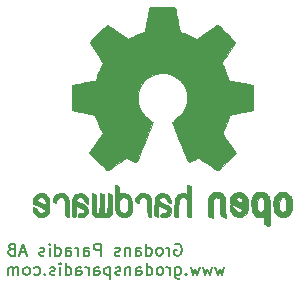
<source format=gbr>
%TF.GenerationSoftware,KiCad,Pcbnew,6.0.2+dfsg-1*%
%TF.CreationDate,2022-09-05T16:28:11+02:00*%
%TF.ProjectId,power-module,706f7765-722d-46d6-9f64-756c652e6b69,rev?*%
%TF.SameCoordinates,Original*%
%TF.FileFunction,Legend,Bot*%
%TF.FilePolarity,Positive*%
%FSLAX46Y46*%
G04 Gerber Fmt 4.6, Leading zero omitted, Abs format (unit mm)*
G04 Created by KiCad (PCBNEW 6.0.2+dfsg-1) date 2022-09-05 16:28:11*
%MOMM*%
%LPD*%
G01*
G04 APERTURE LIST*
%ADD10C,0.200000*%
%ADD11C,0.150000*%
%ADD12C,0.010000*%
G04 APERTURE END LIST*
D10*
X159940476Y-104835714D02*
X159750000Y-105502380D01*
X159559523Y-105026190D01*
X159369047Y-105502380D01*
X159178571Y-104835714D01*
X158892857Y-104835714D02*
X158702380Y-105502380D01*
X158511904Y-105026190D01*
X158321428Y-105502380D01*
X158130952Y-104835714D01*
X157845238Y-104835714D02*
X157654761Y-105502380D01*
X157464285Y-105026190D01*
X157273809Y-105502380D01*
X157083333Y-104835714D01*
X156702380Y-105407142D02*
X156654761Y-105454761D01*
X156702380Y-105502380D01*
X156750000Y-105454761D01*
X156702380Y-105407142D01*
X156702380Y-105502380D01*
X155797619Y-104835714D02*
X155797619Y-105645238D01*
X155845238Y-105740476D01*
X155892857Y-105788095D01*
X155988095Y-105835714D01*
X156130952Y-105835714D01*
X156226190Y-105788095D01*
X155797619Y-105454761D02*
X155892857Y-105502380D01*
X156083333Y-105502380D01*
X156178571Y-105454761D01*
X156226190Y-105407142D01*
X156273809Y-105311904D01*
X156273809Y-105026190D01*
X156226190Y-104930952D01*
X156178571Y-104883333D01*
X156083333Y-104835714D01*
X155892857Y-104835714D01*
X155797619Y-104883333D01*
X155321428Y-105502380D02*
X155321428Y-104835714D01*
X155321428Y-105026190D02*
X155273809Y-104930952D01*
X155226190Y-104883333D01*
X155130952Y-104835714D01*
X155035714Y-104835714D01*
X154559523Y-105502380D02*
X154654761Y-105454761D01*
X154702380Y-105407142D01*
X154750000Y-105311904D01*
X154750000Y-105026190D01*
X154702380Y-104930952D01*
X154654761Y-104883333D01*
X154559523Y-104835714D01*
X154416666Y-104835714D01*
X154321428Y-104883333D01*
X154273809Y-104930952D01*
X154226190Y-105026190D01*
X154226190Y-105311904D01*
X154273809Y-105407142D01*
X154321428Y-105454761D01*
X154416666Y-105502380D01*
X154559523Y-105502380D01*
X153369047Y-105502380D02*
X153369047Y-104502380D01*
X153369047Y-105454761D02*
X153464285Y-105502380D01*
X153654761Y-105502380D01*
X153750000Y-105454761D01*
X153797619Y-105407142D01*
X153845238Y-105311904D01*
X153845238Y-105026190D01*
X153797619Y-104930952D01*
X153750000Y-104883333D01*
X153654761Y-104835714D01*
X153464285Y-104835714D01*
X153369047Y-104883333D01*
X152464285Y-105502380D02*
X152464285Y-104978571D01*
X152511904Y-104883333D01*
X152607142Y-104835714D01*
X152797619Y-104835714D01*
X152892857Y-104883333D01*
X152464285Y-105454761D02*
X152559523Y-105502380D01*
X152797619Y-105502380D01*
X152892857Y-105454761D01*
X152940476Y-105359523D01*
X152940476Y-105264285D01*
X152892857Y-105169047D01*
X152797619Y-105121428D01*
X152559523Y-105121428D01*
X152464285Y-105073809D01*
X151988095Y-104835714D02*
X151988095Y-105502380D01*
X151988095Y-104930952D02*
X151940476Y-104883333D01*
X151845238Y-104835714D01*
X151702380Y-104835714D01*
X151607142Y-104883333D01*
X151559523Y-104978571D01*
X151559523Y-105502380D01*
X151130952Y-105454761D02*
X151035714Y-105502380D01*
X150845238Y-105502380D01*
X150750000Y-105454761D01*
X150702380Y-105359523D01*
X150702380Y-105311904D01*
X150750000Y-105216666D01*
X150845238Y-105169047D01*
X150988095Y-105169047D01*
X151083333Y-105121428D01*
X151130952Y-105026190D01*
X151130952Y-104978571D01*
X151083333Y-104883333D01*
X150988095Y-104835714D01*
X150845238Y-104835714D01*
X150750000Y-104883333D01*
X150273809Y-104835714D02*
X150273809Y-105835714D01*
X150273809Y-104883333D02*
X150178571Y-104835714D01*
X149988095Y-104835714D01*
X149892857Y-104883333D01*
X149845238Y-104930952D01*
X149797619Y-105026190D01*
X149797619Y-105311904D01*
X149845238Y-105407142D01*
X149892857Y-105454761D01*
X149988095Y-105502380D01*
X150178571Y-105502380D01*
X150273809Y-105454761D01*
X148940476Y-105502380D02*
X148940476Y-104978571D01*
X148988095Y-104883333D01*
X149083333Y-104835714D01*
X149273809Y-104835714D01*
X149369047Y-104883333D01*
X148940476Y-105454761D02*
X149035714Y-105502380D01*
X149273809Y-105502380D01*
X149369047Y-105454761D01*
X149416666Y-105359523D01*
X149416666Y-105264285D01*
X149369047Y-105169047D01*
X149273809Y-105121428D01*
X149035714Y-105121428D01*
X148940476Y-105073809D01*
X148464285Y-105502380D02*
X148464285Y-104835714D01*
X148464285Y-105026190D02*
X148416666Y-104930952D01*
X148369047Y-104883333D01*
X148273809Y-104835714D01*
X148178571Y-104835714D01*
X147416666Y-105502380D02*
X147416666Y-104978571D01*
X147464285Y-104883333D01*
X147559523Y-104835714D01*
X147750000Y-104835714D01*
X147845238Y-104883333D01*
X147416666Y-105454761D02*
X147511904Y-105502380D01*
X147750000Y-105502380D01*
X147845238Y-105454761D01*
X147892857Y-105359523D01*
X147892857Y-105264285D01*
X147845238Y-105169047D01*
X147750000Y-105121428D01*
X147511904Y-105121428D01*
X147416666Y-105073809D01*
X146511904Y-105502380D02*
X146511904Y-104502380D01*
X146511904Y-105454761D02*
X146607142Y-105502380D01*
X146797619Y-105502380D01*
X146892857Y-105454761D01*
X146940476Y-105407142D01*
X146988095Y-105311904D01*
X146988095Y-105026190D01*
X146940476Y-104930952D01*
X146892857Y-104883333D01*
X146797619Y-104835714D01*
X146607142Y-104835714D01*
X146511904Y-104883333D01*
X146035714Y-105502380D02*
X146035714Y-104835714D01*
X146035714Y-104502380D02*
X146083333Y-104550000D01*
X146035714Y-104597619D01*
X145988095Y-104550000D01*
X146035714Y-104502380D01*
X146035714Y-104597619D01*
X145607142Y-105454761D02*
X145511904Y-105502380D01*
X145321428Y-105502380D01*
X145226190Y-105454761D01*
X145178571Y-105359523D01*
X145178571Y-105311904D01*
X145226190Y-105216666D01*
X145321428Y-105169047D01*
X145464285Y-105169047D01*
X145559523Y-105121428D01*
X145607142Y-105026190D01*
X145607142Y-104978571D01*
X145559523Y-104883333D01*
X145464285Y-104835714D01*
X145321428Y-104835714D01*
X145226190Y-104883333D01*
X144750000Y-105407142D02*
X144702380Y-105454761D01*
X144750000Y-105502380D01*
X144797619Y-105454761D01*
X144750000Y-105407142D01*
X144750000Y-105502380D01*
X143845238Y-105454761D02*
X143940476Y-105502380D01*
X144130952Y-105502380D01*
X144226190Y-105454761D01*
X144273809Y-105407142D01*
X144321428Y-105311904D01*
X144321428Y-105026190D01*
X144273809Y-104930952D01*
X144226190Y-104883333D01*
X144130952Y-104835714D01*
X143940476Y-104835714D01*
X143845238Y-104883333D01*
X143273809Y-105502380D02*
X143369047Y-105454761D01*
X143416666Y-105407142D01*
X143464285Y-105311904D01*
X143464285Y-105026190D01*
X143416666Y-104930952D01*
X143369047Y-104883333D01*
X143273809Y-104835714D01*
X143130952Y-104835714D01*
X143035714Y-104883333D01*
X142988095Y-104930952D01*
X142940476Y-105026190D01*
X142940476Y-105311904D01*
X142988095Y-105407142D01*
X143035714Y-105454761D01*
X143130952Y-105502380D01*
X143273809Y-105502380D01*
X142511904Y-105502380D02*
X142511904Y-104835714D01*
X142511904Y-104930952D02*
X142464285Y-104883333D01*
X142369047Y-104835714D01*
X142226190Y-104835714D01*
X142130952Y-104883333D01*
X142083333Y-104978571D01*
X142083333Y-105502380D01*
X142083333Y-104978571D02*
X142035714Y-104883333D01*
X141940476Y-104835714D01*
X141797619Y-104835714D01*
X141702380Y-104883333D01*
X141654761Y-104978571D01*
X141654761Y-105502380D01*
D11*
X155761904Y-102900000D02*
X155857142Y-102852380D01*
X156000000Y-102852380D01*
X156142857Y-102900000D01*
X156238095Y-102995238D01*
X156285714Y-103090476D01*
X156333333Y-103280952D01*
X156333333Y-103423809D01*
X156285714Y-103614285D01*
X156238095Y-103709523D01*
X156142857Y-103804761D01*
X156000000Y-103852380D01*
X155904761Y-103852380D01*
X155761904Y-103804761D01*
X155714285Y-103757142D01*
X155714285Y-103423809D01*
X155904761Y-103423809D01*
X155285714Y-103852380D02*
X155285714Y-103185714D01*
X155285714Y-103376190D02*
X155238095Y-103280952D01*
X155190476Y-103233333D01*
X155095238Y-103185714D01*
X155000000Y-103185714D01*
X154523809Y-103852380D02*
X154619047Y-103804761D01*
X154666666Y-103757142D01*
X154714285Y-103661904D01*
X154714285Y-103376190D01*
X154666666Y-103280952D01*
X154619047Y-103233333D01*
X154523809Y-103185714D01*
X154380952Y-103185714D01*
X154285714Y-103233333D01*
X154238095Y-103280952D01*
X154190476Y-103376190D01*
X154190476Y-103661904D01*
X154238095Y-103757142D01*
X154285714Y-103804761D01*
X154380952Y-103852380D01*
X154523809Y-103852380D01*
X153333333Y-103852380D02*
X153333333Y-102852380D01*
X153333333Y-103804761D02*
X153428571Y-103852380D01*
X153619047Y-103852380D01*
X153714285Y-103804761D01*
X153761904Y-103757142D01*
X153809523Y-103661904D01*
X153809523Y-103376190D01*
X153761904Y-103280952D01*
X153714285Y-103233333D01*
X153619047Y-103185714D01*
X153428571Y-103185714D01*
X153333333Y-103233333D01*
X152428571Y-103852380D02*
X152428571Y-103328571D01*
X152476190Y-103233333D01*
X152571428Y-103185714D01*
X152761904Y-103185714D01*
X152857142Y-103233333D01*
X152428571Y-103804761D02*
X152523809Y-103852380D01*
X152761904Y-103852380D01*
X152857142Y-103804761D01*
X152904761Y-103709523D01*
X152904761Y-103614285D01*
X152857142Y-103519047D01*
X152761904Y-103471428D01*
X152523809Y-103471428D01*
X152428571Y-103423809D01*
X151952380Y-103185714D02*
X151952380Y-103852380D01*
X151952380Y-103280952D02*
X151904761Y-103233333D01*
X151809523Y-103185714D01*
X151666666Y-103185714D01*
X151571428Y-103233333D01*
X151523809Y-103328571D01*
X151523809Y-103852380D01*
X151095238Y-103804761D02*
X151000000Y-103852380D01*
X150809523Y-103852380D01*
X150714285Y-103804761D01*
X150666666Y-103709523D01*
X150666666Y-103661904D01*
X150714285Y-103566666D01*
X150809523Y-103519047D01*
X150952380Y-103519047D01*
X151047619Y-103471428D01*
X151095238Y-103376190D01*
X151095238Y-103328571D01*
X151047619Y-103233333D01*
X150952380Y-103185714D01*
X150809523Y-103185714D01*
X150714285Y-103233333D01*
X149476190Y-103852380D02*
X149476190Y-102852380D01*
X149095238Y-102852380D01*
X149000000Y-102900000D01*
X148952380Y-102947619D01*
X148904761Y-103042857D01*
X148904761Y-103185714D01*
X148952380Y-103280952D01*
X149000000Y-103328571D01*
X149095238Y-103376190D01*
X149476190Y-103376190D01*
X148047619Y-103852380D02*
X148047619Y-103328571D01*
X148095238Y-103233333D01*
X148190476Y-103185714D01*
X148380952Y-103185714D01*
X148476190Y-103233333D01*
X148047619Y-103804761D02*
X148142857Y-103852380D01*
X148380952Y-103852380D01*
X148476190Y-103804761D01*
X148523809Y-103709523D01*
X148523809Y-103614285D01*
X148476190Y-103519047D01*
X148380952Y-103471428D01*
X148142857Y-103471428D01*
X148047619Y-103423809D01*
X147571428Y-103852380D02*
X147571428Y-103185714D01*
X147571428Y-103376190D02*
X147523809Y-103280952D01*
X147476190Y-103233333D01*
X147380952Y-103185714D01*
X147285714Y-103185714D01*
X146523809Y-103852380D02*
X146523809Y-103328571D01*
X146571428Y-103233333D01*
X146666666Y-103185714D01*
X146857142Y-103185714D01*
X146952380Y-103233333D01*
X146523809Y-103804761D02*
X146619047Y-103852380D01*
X146857142Y-103852380D01*
X146952380Y-103804761D01*
X147000000Y-103709523D01*
X147000000Y-103614285D01*
X146952380Y-103519047D01*
X146857142Y-103471428D01*
X146619047Y-103471428D01*
X146523809Y-103423809D01*
X145619047Y-103852380D02*
X145619047Y-102852380D01*
X145619047Y-103804761D02*
X145714285Y-103852380D01*
X145904761Y-103852380D01*
X146000000Y-103804761D01*
X146047619Y-103757142D01*
X146095238Y-103661904D01*
X146095238Y-103376190D01*
X146047619Y-103280952D01*
X146000000Y-103233333D01*
X145904761Y-103185714D01*
X145714285Y-103185714D01*
X145619047Y-103233333D01*
X145142857Y-103852380D02*
X145142857Y-103185714D01*
X145142857Y-102852380D02*
X145190476Y-102900000D01*
X145142857Y-102947619D01*
X145095238Y-102900000D01*
X145142857Y-102852380D01*
X145142857Y-102947619D01*
X144714285Y-103804761D02*
X144619047Y-103852380D01*
X144428571Y-103852380D01*
X144333333Y-103804761D01*
X144285714Y-103709523D01*
X144285714Y-103661904D01*
X144333333Y-103566666D01*
X144428571Y-103519047D01*
X144571428Y-103519047D01*
X144666666Y-103471428D01*
X144714285Y-103376190D01*
X144714285Y-103328571D01*
X144666666Y-103233333D01*
X144571428Y-103185714D01*
X144428571Y-103185714D01*
X144333333Y-103233333D01*
X143142857Y-103566666D02*
X142666666Y-103566666D01*
X143238095Y-103852380D02*
X142904761Y-102852380D01*
X142571428Y-103852380D01*
X141904761Y-103328571D02*
X141761904Y-103376190D01*
X141714285Y-103423809D01*
X141666666Y-103519047D01*
X141666666Y-103661904D01*
X141714285Y-103757142D01*
X141761904Y-103804761D01*
X141857142Y-103852380D01*
X142238095Y-103852380D01*
X142238095Y-102852380D01*
X141904761Y-102852380D01*
X141809523Y-102900000D01*
X141761904Y-102947619D01*
X141714285Y-103042857D01*
X141714285Y-103138095D01*
X141761904Y-103233333D01*
X141809523Y-103280952D01*
X141904761Y-103328571D01*
X142238095Y-103328571D01*
D12*
%TO.C,REF\u002A\u002A*%
X159004284Y-98512865D02*
X158848128Y-98603190D01*
X158848128Y-98603190D02*
X158739559Y-98692845D01*
X158739559Y-98692845D02*
X158660155Y-98786776D01*
X158660155Y-98786776D02*
X158605454Y-98901646D01*
X158605454Y-98901646D02*
X158570990Y-99054114D01*
X158570990Y-99054114D02*
X158552299Y-99260844D01*
X158552299Y-99260844D02*
X158544919Y-99538496D01*
X158544919Y-99538496D02*
X158544061Y-99738086D01*
X158544061Y-99738086D02*
X158544061Y-100472766D01*
X158544061Y-100472766D02*
X158750862Y-100565472D01*
X158750862Y-100565472D02*
X158957662Y-100658179D01*
X158957662Y-100658179D02*
X158981992Y-99853492D01*
X158981992Y-99853492D02*
X158992045Y-99552966D01*
X158992045Y-99552966D02*
X159002591Y-99334835D01*
X159002591Y-99334835D02*
X159015657Y-99184186D01*
X159015657Y-99184186D02*
X159033271Y-99086107D01*
X159033271Y-99086107D02*
X159057461Y-99025688D01*
X159057461Y-99025688D02*
X159090254Y-98988016D01*
X159090254Y-98988016D02*
X159100775Y-98979862D01*
X159100775Y-98979862D02*
X159260187Y-98916178D01*
X159260187Y-98916178D02*
X159421321Y-98941378D01*
X159421321Y-98941378D02*
X159517241Y-99008238D01*
X159517241Y-99008238D02*
X159556259Y-99055616D01*
X159556259Y-99055616D02*
X159583267Y-99117787D01*
X159583267Y-99117787D02*
X159600432Y-99212039D01*
X159600432Y-99212039D02*
X159609918Y-99355657D01*
X159609918Y-99355657D02*
X159613893Y-99565931D01*
X159613893Y-99565931D02*
X159614559Y-99785070D01*
X159614559Y-99785070D02*
X159614690Y-100059999D01*
X159614690Y-100059999D02*
X159619397Y-100254602D01*
X159619397Y-100254602D02*
X159635154Y-100385851D01*
X159635154Y-100385851D02*
X159668433Y-100470718D01*
X159668433Y-100470718D02*
X159725707Y-100526177D01*
X159725707Y-100526177D02*
X159813447Y-100569201D01*
X159813447Y-100569201D02*
X159930638Y-100613907D01*
X159930638Y-100613907D02*
X160058632Y-100662571D01*
X160058632Y-100662571D02*
X160043396Y-99798910D01*
X160043396Y-99798910D02*
X160037261Y-99487565D01*
X160037261Y-99487565D02*
X160030082Y-99257483D01*
X160030082Y-99257483D02*
X160019795Y-99092614D01*
X160019795Y-99092614D02*
X160004330Y-98976909D01*
X160004330Y-98976909D02*
X159981621Y-98894316D01*
X159981621Y-98894316D02*
X159949601Y-98828788D01*
X159949601Y-98828788D02*
X159910997Y-98770974D01*
X159910997Y-98770974D02*
X159724747Y-98586283D01*
X159724747Y-98586283D02*
X159497479Y-98479481D01*
X159497479Y-98479481D02*
X159250291Y-98453898D01*
X159250291Y-98453898D02*
X159004284Y-98512865D01*
X159004284Y-98512865D02*
X159004284Y-98512865D01*
G36*
X159497479Y-98479481D02*
G01*
X159724747Y-98586283D01*
X159910997Y-98770974D01*
X159949601Y-98828788D01*
X159981621Y-98894316D01*
X160004330Y-98976909D01*
X160019795Y-99092614D01*
X160030082Y-99257483D01*
X160037261Y-99487565D01*
X160043396Y-99798910D01*
X160058632Y-100662571D01*
X159930638Y-100613907D01*
X159813447Y-100569201D01*
X159725707Y-100526177D01*
X159668433Y-100470718D01*
X159635154Y-100385851D01*
X159619397Y-100254602D01*
X159614690Y-100059999D01*
X159614559Y-99785070D01*
X159613893Y-99565931D01*
X159609918Y-99355657D01*
X159600432Y-99212039D01*
X159583267Y-99117787D01*
X159556259Y-99055616D01*
X159517241Y-99008238D01*
X159421321Y-98941378D01*
X159260187Y-98916178D01*
X159100775Y-98979862D01*
X159090254Y-98988016D01*
X159057461Y-99025688D01*
X159033271Y-99086107D01*
X159015657Y-99184186D01*
X159002591Y-99334835D01*
X158992045Y-99552966D01*
X158981992Y-99853492D01*
X158957662Y-100658179D01*
X158750862Y-100565472D01*
X158544061Y-100472766D01*
X158544061Y-99738086D01*
X158544919Y-99538496D01*
X158552299Y-99260844D01*
X158570990Y-99054114D01*
X158605454Y-98901646D01*
X158660155Y-98786776D01*
X158739559Y-98692845D01*
X158848128Y-98603190D01*
X159004284Y-98512865D01*
X159250291Y-98453898D01*
X159497479Y-98479481D01*
G37*
X159497479Y-98479481D02*
X159724747Y-98586283D01*
X159910997Y-98770974D01*
X159949601Y-98828788D01*
X159981621Y-98894316D01*
X160004330Y-98976909D01*
X160019795Y-99092614D01*
X160030082Y-99257483D01*
X160037261Y-99487565D01*
X160043396Y-99798910D01*
X160058632Y-100662571D01*
X159930638Y-100613907D01*
X159813447Y-100569201D01*
X159725707Y-100526177D01*
X159668433Y-100470718D01*
X159635154Y-100385851D01*
X159619397Y-100254602D01*
X159614690Y-100059999D01*
X159614559Y-99785070D01*
X159613893Y-99565931D01*
X159609918Y-99355657D01*
X159600432Y-99212039D01*
X159583267Y-99117787D01*
X159556259Y-99055616D01*
X159517241Y-99008238D01*
X159421321Y-98941378D01*
X159260187Y-98916178D01*
X159100775Y-98979862D01*
X159090254Y-98988016D01*
X159057461Y-99025688D01*
X159033271Y-99086107D01*
X159015657Y-99184186D01*
X159002591Y-99334835D01*
X158992045Y-99552966D01*
X158981992Y-99853492D01*
X158957662Y-100658179D01*
X158750862Y-100565472D01*
X158544061Y-100472766D01*
X158544061Y-99738086D01*
X158544919Y-99538496D01*
X158552299Y-99260844D01*
X158570990Y-99054114D01*
X158605454Y-98901646D01*
X158660155Y-98786776D01*
X158739559Y-98692845D01*
X158848128Y-98603190D01*
X159004284Y-98512865D01*
X159250291Y-98453898D01*
X159497479Y-98479481D01*
X152923428Y-98586534D02*
X152702391Y-98668099D01*
X152702391Y-98668099D02*
X152523317Y-98812366D01*
X152523317Y-98812366D02*
X152453280Y-98913920D01*
X152453280Y-98913920D02*
X152376929Y-99100268D01*
X152376929Y-99100268D02*
X152378515Y-99235010D01*
X152378515Y-99235010D02*
X152458653Y-99325631D01*
X152458653Y-99325631D02*
X152488304Y-99341040D01*
X152488304Y-99341040D02*
X152616326Y-99389084D01*
X152616326Y-99389084D02*
X152681706Y-99376776D01*
X152681706Y-99376776D02*
X152703852Y-99296098D01*
X152703852Y-99296098D02*
X152704980Y-99251533D01*
X152704980Y-99251533D02*
X152745523Y-99087581D01*
X152745523Y-99087581D02*
X152851198Y-98972891D01*
X152851198Y-98972891D02*
X152998076Y-98917497D01*
X152998076Y-98917497D02*
X153162227Y-98931435D01*
X153162227Y-98931435D02*
X153295663Y-99003827D01*
X153295663Y-99003827D02*
X153340731Y-99045120D01*
X153340731Y-99045120D02*
X153372677Y-99095216D01*
X153372677Y-99095216D02*
X153394256Y-99170942D01*
X153394256Y-99170942D02*
X153408227Y-99289128D01*
X153408227Y-99289128D02*
X153417345Y-99466600D01*
X153417345Y-99466600D02*
X153424369Y-99720186D01*
X153424369Y-99720186D02*
X153426188Y-99800479D01*
X153426188Y-99800479D02*
X153432822Y-100075158D01*
X153432822Y-100075158D02*
X153440364Y-100268481D01*
X153440364Y-100268481D02*
X153451675Y-100396388D01*
X153451675Y-100396388D02*
X153469615Y-100474822D01*
X153469615Y-100474822D02*
X153497045Y-100519725D01*
X153497045Y-100519725D02*
X153536823Y-100547038D01*
X153536823Y-100547038D02*
X153562290Y-100559105D01*
X153562290Y-100559105D02*
X153670444Y-100600367D01*
X153670444Y-100600367D02*
X153734110Y-100613985D01*
X153734110Y-100613985D02*
X153755146Y-100568505D01*
X153755146Y-100568505D02*
X153767987Y-100431006D01*
X153767987Y-100431006D02*
X153772700Y-100199902D01*
X153772700Y-100199902D02*
X153769356Y-99873604D01*
X153769356Y-99873604D02*
X153768314Y-99823276D01*
X153768314Y-99823276D02*
X153760965Y-99525581D01*
X153760965Y-99525581D02*
X153752274Y-99308205D01*
X153752274Y-99308205D02*
X153739908Y-99154153D01*
X153739908Y-99154153D02*
X153721530Y-99046430D01*
X153721530Y-99046430D02*
X153694805Y-98968042D01*
X153694805Y-98968042D02*
X153657398Y-98901994D01*
X153657398Y-98901994D02*
X153637830Y-98873691D01*
X153637830Y-98873691D02*
X153525634Y-98748467D01*
X153525634Y-98748467D02*
X153400150Y-98651063D01*
X153400150Y-98651063D02*
X153384787Y-98642561D01*
X153384787Y-98642561D02*
X153159777Y-98575433D01*
X153159777Y-98575433D02*
X152923428Y-98586534D01*
X152923428Y-98586534D02*
X152923428Y-98586534D01*
G36*
X153384787Y-98642561D02*
G01*
X153400150Y-98651063D01*
X153525634Y-98748467D01*
X153637830Y-98873691D01*
X153657398Y-98901994D01*
X153694805Y-98968042D01*
X153721530Y-99046430D01*
X153739908Y-99154153D01*
X153752274Y-99308205D01*
X153760965Y-99525581D01*
X153768314Y-99823276D01*
X153769356Y-99873604D01*
X153772700Y-100199902D01*
X153767987Y-100431006D01*
X153755146Y-100568505D01*
X153734110Y-100613985D01*
X153670444Y-100600367D01*
X153562290Y-100559105D01*
X153536823Y-100547038D01*
X153497045Y-100519725D01*
X153469615Y-100474822D01*
X153451675Y-100396388D01*
X153440364Y-100268481D01*
X153432822Y-100075158D01*
X153426188Y-99800479D01*
X153424369Y-99720186D01*
X153417345Y-99466600D01*
X153408227Y-99289128D01*
X153394256Y-99170942D01*
X153372677Y-99095216D01*
X153340731Y-99045120D01*
X153295663Y-99003827D01*
X153162227Y-98931435D01*
X152998076Y-98917497D01*
X152851198Y-98972891D01*
X152745523Y-99087581D01*
X152704980Y-99251533D01*
X152703852Y-99296098D01*
X152681706Y-99376776D01*
X152616326Y-99389084D01*
X152488304Y-99341040D01*
X152458653Y-99325631D01*
X152378515Y-99235010D01*
X152376929Y-99100268D01*
X152453280Y-98913920D01*
X152523317Y-98812366D01*
X152702391Y-98668099D01*
X152923428Y-98586534D01*
X153159777Y-98575433D01*
X153384787Y-98642561D01*
G37*
X153384787Y-98642561D02*
X153400150Y-98651063D01*
X153525634Y-98748467D01*
X153637830Y-98873691D01*
X153657398Y-98901994D01*
X153694805Y-98968042D01*
X153721530Y-99046430D01*
X153739908Y-99154153D01*
X153752274Y-99308205D01*
X153760965Y-99525581D01*
X153768314Y-99823276D01*
X153769356Y-99873604D01*
X153772700Y-100199902D01*
X153767987Y-100431006D01*
X153755146Y-100568505D01*
X153734110Y-100613985D01*
X153670444Y-100600367D01*
X153562290Y-100559105D01*
X153536823Y-100547038D01*
X153497045Y-100519725D01*
X153469615Y-100474822D01*
X153451675Y-100396388D01*
X153440364Y-100268481D01*
X153432822Y-100075158D01*
X153426188Y-99800479D01*
X153424369Y-99720186D01*
X153417345Y-99466600D01*
X153408227Y-99289128D01*
X153394256Y-99170942D01*
X153372677Y-99095216D01*
X153340731Y-99045120D01*
X153295663Y-99003827D01*
X153162227Y-98931435D01*
X152998076Y-98917497D01*
X152851198Y-98972891D01*
X152745523Y-99087581D01*
X152704980Y-99251533D01*
X152703852Y-99296098D01*
X152681706Y-99376776D01*
X152616326Y-99389084D01*
X152488304Y-99341040D01*
X152458653Y-99325631D01*
X152378515Y-99235010D01*
X152376929Y-99100268D01*
X152453280Y-98913920D01*
X152523317Y-98812366D01*
X152702391Y-98668099D01*
X152923428Y-98586534D01*
X153159777Y-98575433D01*
X153384787Y-98642561D01*
X162746834Y-98486506D02*
X162560916Y-98579204D01*
X162560916Y-98579204D02*
X162396820Y-98749885D01*
X162396820Y-98749885D02*
X162351628Y-98813107D01*
X162351628Y-98813107D02*
X162302396Y-98895834D01*
X162302396Y-98895834D02*
X162270453Y-98985687D01*
X162270453Y-98985687D02*
X162252178Y-99105608D01*
X162252178Y-99105608D02*
X162243952Y-99278537D01*
X162243952Y-99278537D02*
X162242145Y-99506835D01*
X162242145Y-99506835D02*
X162250303Y-99819693D01*
X162250303Y-99819693D02*
X162278659Y-100054598D01*
X162278659Y-100054598D02*
X162333038Y-100229847D01*
X162333038Y-100229847D02*
X162419263Y-100363738D01*
X162419263Y-100363738D02*
X162543159Y-100474569D01*
X162543159Y-100474569D02*
X162552263Y-100481131D01*
X162552263Y-100481131D02*
X162674366Y-100548256D01*
X162674366Y-100548256D02*
X162821400Y-100581467D01*
X162821400Y-100581467D02*
X163008396Y-100589655D01*
X163008396Y-100589655D02*
X163312387Y-100589655D01*
X163312387Y-100589655D02*
X163312515Y-100884762D01*
X163312515Y-100884762D02*
X163315344Y-101049117D01*
X163315344Y-101049117D02*
X163332582Y-101145523D01*
X163332582Y-101145523D02*
X163377630Y-101203343D01*
X163377630Y-101203343D02*
X163463886Y-101251941D01*
X163463886Y-101251941D02*
X163484601Y-101261869D01*
X163484601Y-101261869D02*
X163581538Y-101308398D01*
X163581538Y-101308398D02*
X163656593Y-101337786D01*
X163656593Y-101337786D02*
X163712402Y-101340324D01*
X163712402Y-101340324D02*
X163751603Y-101306302D01*
X163751603Y-101306302D02*
X163776832Y-101226012D01*
X163776832Y-101226012D02*
X163790728Y-101089743D01*
X163790728Y-101089743D02*
X163795927Y-100887787D01*
X163795927Y-100887787D02*
X163795066Y-100610434D01*
X163795066Y-100610434D02*
X163790784Y-100247976D01*
X163790784Y-100247976D02*
X163789447Y-100139560D01*
X163789447Y-100139560D02*
X163784629Y-99765837D01*
X163784629Y-99765837D02*
X163780313Y-99521369D01*
X163780313Y-99521369D02*
X163312643Y-99521369D01*
X163312643Y-99521369D02*
X163310015Y-99728877D01*
X163310015Y-99728877D02*
X163298333Y-99864645D01*
X163298333Y-99864645D02*
X163271903Y-99954192D01*
X163271903Y-99954192D02*
X163225031Y-100023039D01*
X163225031Y-100023039D02*
X163193207Y-100056618D01*
X163193207Y-100056618D02*
X163063108Y-100154869D01*
X163063108Y-100154869D02*
X162947921Y-100162866D01*
X162947921Y-100162866D02*
X162829066Y-100081730D01*
X162829066Y-100081730D02*
X162826053Y-100078736D01*
X162826053Y-100078736D02*
X162777695Y-100016030D01*
X162777695Y-100016030D02*
X162748278Y-99930808D01*
X162748278Y-99930808D02*
X162733440Y-99799564D01*
X162733440Y-99799564D02*
X162728819Y-99598793D01*
X162728819Y-99598793D02*
X162728735Y-99554314D01*
X162728735Y-99554314D02*
X162739902Y-99277639D01*
X162739902Y-99277639D02*
X162776253Y-99085842D01*
X162776253Y-99085842D02*
X162842059Y-98968757D01*
X162842059Y-98968757D02*
X162941593Y-98916215D01*
X162941593Y-98916215D02*
X162999119Y-98910920D01*
X162999119Y-98910920D02*
X163135649Y-98935767D01*
X163135649Y-98935767D02*
X163229298Y-99017581D01*
X163229298Y-99017581D02*
X163285670Y-99167270D01*
X163285670Y-99167270D02*
X163310367Y-99395743D01*
X163310367Y-99395743D02*
X163312643Y-99521369D01*
X163312643Y-99521369D02*
X163780313Y-99521369D01*
X163780313Y-99521369D02*
X163779522Y-99476587D01*
X163779522Y-99476587D02*
X163772922Y-99258970D01*
X163772922Y-99258970D02*
X163763623Y-99100146D01*
X163763623Y-99100146D02*
X163750423Y-98987274D01*
X163750423Y-98987274D02*
X163732115Y-98907513D01*
X163732115Y-98907513D02*
X163707497Y-98848023D01*
X163707497Y-98848023D02*
X163675363Y-98795963D01*
X163675363Y-98795963D02*
X163661585Y-98776373D01*
X163661585Y-98776373D02*
X163478812Y-98591328D01*
X163478812Y-98591328D02*
X163247724Y-98486412D01*
X163247724Y-98486412D02*
X162980410Y-98457163D01*
X162980410Y-98457163D02*
X162746834Y-98486506D01*
X162746834Y-98486506D02*
X162746834Y-98486506D01*
G36*
X163789447Y-100139560D02*
G01*
X163790784Y-100247976D01*
X163795066Y-100610434D01*
X163795927Y-100887787D01*
X163790728Y-101089743D01*
X163776832Y-101226012D01*
X163751603Y-101306302D01*
X163712402Y-101340324D01*
X163656593Y-101337786D01*
X163581538Y-101308398D01*
X163484601Y-101261869D01*
X163463886Y-101251941D01*
X163377630Y-101203343D01*
X163332582Y-101145523D01*
X163315344Y-101049117D01*
X163312515Y-100884762D01*
X163312387Y-100589655D01*
X163008396Y-100589655D01*
X162821400Y-100581467D01*
X162674366Y-100548256D01*
X162552263Y-100481131D01*
X162543159Y-100474569D01*
X162419263Y-100363738D01*
X162333038Y-100229847D01*
X162278659Y-100054598D01*
X162250303Y-99819693D01*
X162243383Y-99554314D01*
X162728735Y-99554314D01*
X162728819Y-99598793D01*
X162733440Y-99799564D01*
X162748278Y-99930808D01*
X162777695Y-100016030D01*
X162826053Y-100078736D01*
X162829066Y-100081730D01*
X162947921Y-100162866D01*
X163063108Y-100154869D01*
X163193207Y-100056618D01*
X163225031Y-100023039D01*
X163271903Y-99954192D01*
X163298333Y-99864645D01*
X163310015Y-99728877D01*
X163312643Y-99521369D01*
X163310367Y-99395743D01*
X163285670Y-99167270D01*
X163229298Y-99017581D01*
X163135649Y-98935767D01*
X162999119Y-98910920D01*
X162941593Y-98916215D01*
X162842059Y-98968757D01*
X162776253Y-99085842D01*
X162739902Y-99277639D01*
X162728735Y-99554314D01*
X162243383Y-99554314D01*
X162242145Y-99506835D01*
X162243952Y-99278537D01*
X162252178Y-99105608D01*
X162270453Y-98985687D01*
X162302396Y-98895834D01*
X162351628Y-98813107D01*
X162396820Y-98749885D01*
X162560916Y-98579204D01*
X162746834Y-98486506D01*
X162980410Y-98457163D01*
X163247724Y-98486412D01*
X163478812Y-98591328D01*
X163661585Y-98776373D01*
X163675363Y-98795963D01*
X163707497Y-98848023D01*
X163732115Y-98907513D01*
X163750423Y-98987274D01*
X163763623Y-99100146D01*
X163772922Y-99258970D01*
X163779522Y-99476587D01*
X163780313Y-99521369D01*
X163784629Y-99765837D01*
X163789447Y-100139560D01*
G37*
X163789447Y-100139560D02*
X163790784Y-100247976D01*
X163795066Y-100610434D01*
X163795927Y-100887787D01*
X163790728Y-101089743D01*
X163776832Y-101226012D01*
X163751603Y-101306302D01*
X163712402Y-101340324D01*
X163656593Y-101337786D01*
X163581538Y-101308398D01*
X163484601Y-101261869D01*
X163463886Y-101251941D01*
X163377630Y-101203343D01*
X163332582Y-101145523D01*
X163315344Y-101049117D01*
X163312515Y-100884762D01*
X163312387Y-100589655D01*
X163008396Y-100589655D01*
X162821400Y-100581467D01*
X162674366Y-100548256D01*
X162552263Y-100481131D01*
X162543159Y-100474569D01*
X162419263Y-100363738D01*
X162333038Y-100229847D01*
X162278659Y-100054598D01*
X162250303Y-99819693D01*
X162243383Y-99554314D01*
X162728735Y-99554314D01*
X162728819Y-99598793D01*
X162733440Y-99799564D01*
X162748278Y-99930808D01*
X162777695Y-100016030D01*
X162826053Y-100078736D01*
X162829066Y-100081730D01*
X162947921Y-100162866D01*
X163063108Y-100154869D01*
X163193207Y-100056618D01*
X163225031Y-100023039D01*
X163271903Y-99954192D01*
X163298333Y-99864645D01*
X163310015Y-99728877D01*
X163312643Y-99521369D01*
X163310367Y-99395743D01*
X163285670Y-99167270D01*
X163229298Y-99017581D01*
X163135649Y-98935767D01*
X162999119Y-98910920D01*
X162941593Y-98916215D01*
X162842059Y-98968757D01*
X162776253Y-99085842D01*
X162739902Y-99277639D01*
X162728735Y-99554314D01*
X162243383Y-99554314D01*
X162242145Y-99506835D01*
X162243952Y-99278537D01*
X162252178Y-99105608D01*
X162270453Y-98985687D01*
X162302396Y-98895834D01*
X162351628Y-98813107D01*
X162396820Y-98749885D01*
X162560916Y-98579204D01*
X162746834Y-98486506D01*
X162980410Y-98457163D01*
X163247724Y-98486412D01*
X163478812Y-98591328D01*
X163661585Y-98776373D01*
X163675363Y-98795963D01*
X163707497Y-98848023D01*
X163732115Y-98907513D01*
X163750423Y-98987274D01*
X163763623Y-99100146D01*
X163772922Y-99258970D01*
X163779522Y-99476587D01*
X163780313Y-99521369D01*
X163784629Y-99765837D01*
X163789447Y-100139560D01*
X148733127Y-98616400D02*
X148725701Y-98744422D01*
X148725701Y-98744422D02*
X148719882Y-98938985D01*
X148719882Y-98938985D02*
X148716141Y-99184702D01*
X148716141Y-99184702D02*
X148714942Y-99442426D01*
X148714942Y-99442426D02*
X148714942Y-100314545D01*
X148714942Y-100314545D02*
X148868925Y-100468528D01*
X148868925Y-100468528D02*
X148975037Y-100563412D01*
X148975037Y-100563412D02*
X149068184Y-100601845D01*
X149068184Y-100601845D02*
X149195496Y-100599413D01*
X149195496Y-100599413D02*
X149246032Y-100593223D01*
X149246032Y-100593223D02*
X149403983Y-100575210D01*
X149403983Y-100575210D02*
X149534629Y-100564888D01*
X149534629Y-100564888D02*
X149566475Y-100563935D01*
X149566475Y-100563935D02*
X149673834Y-100570171D01*
X149673834Y-100570171D02*
X149827381Y-100585824D01*
X149827381Y-100585824D02*
X149886917Y-100593223D01*
X149886917Y-100593223D02*
X150033143Y-100604668D01*
X150033143Y-100604668D02*
X150131411Y-100579808D01*
X150131411Y-100579808D02*
X150228850Y-100503058D01*
X150228850Y-100503058D02*
X150264024Y-100468528D01*
X150264024Y-100468528D02*
X150418007Y-100314545D01*
X150418007Y-100314545D02*
X150418007Y-98683246D01*
X150418007Y-98683246D02*
X150294070Y-98626776D01*
X150294070Y-98626776D02*
X150187350Y-98584950D01*
X150187350Y-98584950D02*
X150124913Y-98570307D01*
X150124913Y-98570307D02*
X150108904Y-98616583D01*
X150108904Y-98616583D02*
X150093942Y-98745884D01*
X150093942Y-98745884D02*
X150081022Y-98943914D01*
X150081022Y-98943914D02*
X150071143Y-99196380D01*
X150071143Y-99196380D02*
X150066378Y-99409675D01*
X150066378Y-99409675D02*
X150053065Y-100249042D01*
X150053065Y-100249042D02*
X149936920Y-100265464D01*
X149936920Y-100265464D02*
X149831284Y-100253982D01*
X149831284Y-100253982D02*
X149779523Y-100216805D01*
X149779523Y-100216805D02*
X149765055Y-100147298D01*
X149765055Y-100147298D02*
X149752702Y-99999240D01*
X149752702Y-99999240D02*
X149743448Y-99791391D01*
X149743448Y-99791391D02*
X149738272Y-99542512D01*
X149738272Y-99542512D02*
X149737526Y-99414435D01*
X149737526Y-99414435D02*
X149736781Y-98677145D01*
X149736781Y-98677145D02*
X149583543Y-98623726D01*
X149583543Y-98623726D02*
X149475084Y-98587406D01*
X149475084Y-98587406D02*
X149416087Y-98570468D01*
X149416087Y-98570468D02*
X149414386Y-98570307D01*
X149414386Y-98570307D02*
X149408467Y-98616349D01*
X149408467Y-98616349D02*
X149401961Y-98744018D01*
X149401961Y-98744018D02*
X149395414Y-98937632D01*
X149395414Y-98937632D02*
X149389373Y-99181507D01*
X149389373Y-99181507D02*
X149385152Y-99409675D01*
X149385152Y-99409675D02*
X149371839Y-100249042D01*
X149371839Y-100249042D02*
X149079885Y-100249042D01*
X149079885Y-100249042D02*
X149066487Y-99483275D01*
X149066487Y-99483275D02*
X149053090Y-98717508D01*
X149053090Y-98717508D02*
X148910762Y-98643908D01*
X148910762Y-98643908D02*
X148805678Y-98593366D01*
X148805678Y-98593366D02*
X148743483Y-98570431D01*
X148743483Y-98570431D02*
X148741688Y-98570307D01*
X148741688Y-98570307D02*
X148733127Y-98616400D01*
X148733127Y-98616400D02*
X148733127Y-98616400D01*
G36*
X150187350Y-98584950D02*
G01*
X150294070Y-98626776D01*
X150418007Y-98683246D01*
X150418007Y-100314545D01*
X150264024Y-100468528D01*
X150228850Y-100503058D01*
X150131411Y-100579808D01*
X150033143Y-100604668D01*
X149886917Y-100593223D01*
X149827381Y-100585824D01*
X149673834Y-100570171D01*
X149566475Y-100563935D01*
X149534629Y-100564888D01*
X149403983Y-100575210D01*
X149246032Y-100593223D01*
X149195496Y-100599413D01*
X149068184Y-100601845D01*
X148975037Y-100563412D01*
X148868925Y-100468528D01*
X148714942Y-100314545D01*
X148714942Y-99442426D01*
X148716141Y-99184702D01*
X148719882Y-98938985D01*
X148725701Y-98744422D01*
X148733127Y-98616400D01*
X148741688Y-98570307D01*
X148743483Y-98570431D01*
X148805678Y-98593366D01*
X148910762Y-98643908D01*
X149053090Y-98717508D01*
X149066487Y-99483275D01*
X149079885Y-100249042D01*
X149371839Y-100249042D01*
X149385152Y-99409675D01*
X149389373Y-99181507D01*
X149395414Y-98937632D01*
X149401961Y-98744018D01*
X149408467Y-98616349D01*
X149414386Y-98570307D01*
X149416087Y-98570468D01*
X149475084Y-98587406D01*
X149583543Y-98623726D01*
X149736781Y-98677145D01*
X149737526Y-99414435D01*
X149738272Y-99542512D01*
X149743448Y-99791391D01*
X149752702Y-99999240D01*
X149765055Y-100147298D01*
X149779523Y-100216805D01*
X149831284Y-100253982D01*
X149936920Y-100265464D01*
X150053065Y-100249042D01*
X150066378Y-99409675D01*
X150071143Y-99196380D01*
X150081022Y-98943914D01*
X150093942Y-98745884D01*
X150108904Y-98616583D01*
X150124913Y-98570307D01*
X150187350Y-98584950D01*
G37*
X150187350Y-98584950D02*
X150294070Y-98626776D01*
X150418007Y-98683246D01*
X150418007Y-100314545D01*
X150264024Y-100468528D01*
X150228850Y-100503058D01*
X150131411Y-100579808D01*
X150033143Y-100604668D01*
X149886917Y-100593223D01*
X149827381Y-100585824D01*
X149673834Y-100570171D01*
X149566475Y-100563935D01*
X149534629Y-100564888D01*
X149403983Y-100575210D01*
X149246032Y-100593223D01*
X149195496Y-100599413D01*
X149068184Y-100601845D01*
X148975037Y-100563412D01*
X148868925Y-100468528D01*
X148714942Y-100314545D01*
X148714942Y-99442426D01*
X148716141Y-99184702D01*
X148719882Y-98938985D01*
X148725701Y-98744422D01*
X148733127Y-98616400D01*
X148741688Y-98570307D01*
X148743483Y-98570431D01*
X148805678Y-98593366D01*
X148910762Y-98643908D01*
X149053090Y-98717508D01*
X149066487Y-99483275D01*
X149079885Y-100249042D01*
X149371839Y-100249042D01*
X149385152Y-99409675D01*
X149389373Y-99181507D01*
X149395414Y-98937632D01*
X149401961Y-98744018D01*
X149408467Y-98616349D01*
X149414386Y-98570307D01*
X149416087Y-98570468D01*
X149475084Y-98587406D01*
X149583543Y-98623726D01*
X149736781Y-98677145D01*
X149737526Y-99414435D01*
X149738272Y-99542512D01*
X149743448Y-99791391D01*
X149752702Y-99999240D01*
X149765055Y-100147298D01*
X149779523Y-100216805D01*
X149831284Y-100253982D01*
X149936920Y-100265464D01*
X150053065Y-100249042D01*
X150066378Y-99409675D01*
X150071143Y-99196380D01*
X150081022Y-98943914D01*
X150093942Y-98745884D01*
X150108904Y-98616583D01*
X150124913Y-98570307D01*
X150187350Y-98584950D01*
X154566759Y-98590601D02*
X154376095Y-98661403D01*
X154376095Y-98661403D02*
X154373914Y-98662764D01*
X154373914Y-98662764D02*
X154255994Y-98749550D01*
X154255994Y-98749550D02*
X154168940Y-98850973D01*
X154168940Y-98850973D02*
X154107714Y-98983145D01*
X154107714Y-98983145D02*
X154067277Y-99162182D01*
X154067277Y-99162182D02*
X154042591Y-99404195D01*
X154042591Y-99404195D02*
X154028618Y-99725299D01*
X154028618Y-99725299D02*
X154027393Y-99771048D01*
X154027393Y-99771048D02*
X154009800Y-100460869D01*
X154009800Y-100460869D02*
X154157848Y-100537427D01*
X154157848Y-100537427D02*
X154264970Y-100589163D01*
X154264970Y-100589163D02*
X154329649Y-100613678D01*
X154329649Y-100613678D02*
X154332641Y-100613985D01*
X154332641Y-100613985D02*
X154343834Y-100568751D01*
X154343834Y-100568751D02*
X154352725Y-100446736D01*
X154352725Y-100446736D02*
X154358194Y-100268468D01*
X154358194Y-100268468D02*
X154359387Y-100124116D01*
X154359387Y-100124116D02*
X154359414Y-99890271D01*
X154359414Y-99890271D02*
X154370104Y-99743419D01*
X154370104Y-99743419D02*
X154407367Y-99673376D01*
X154407367Y-99673376D02*
X154487112Y-99669958D01*
X154487112Y-99669958D02*
X154625251Y-99722983D01*
X154625251Y-99722983D02*
X154833812Y-99820454D01*
X154833812Y-99820454D02*
X154987171Y-99901409D01*
X154987171Y-99901409D02*
X155066048Y-99971644D01*
X155066048Y-99971644D02*
X155089236Y-100048194D01*
X155089236Y-100048194D02*
X155089272Y-100051982D01*
X155089272Y-100051982D02*
X155051007Y-100183852D01*
X155051007Y-100183852D02*
X154937717Y-100255091D01*
X154937717Y-100255091D02*
X154764336Y-100265410D01*
X154764336Y-100265410D02*
X154639450Y-100263620D01*
X154639450Y-100263620D02*
X154573601Y-100299589D01*
X154573601Y-100299589D02*
X154532536Y-100385985D01*
X154532536Y-100385985D02*
X154508901Y-100496054D01*
X154508901Y-100496054D02*
X154542961Y-100558508D01*
X154542961Y-100558508D02*
X154555786Y-100567446D01*
X154555786Y-100567446D02*
X154676528Y-100603343D01*
X154676528Y-100603343D02*
X154845612Y-100608426D01*
X154845612Y-100608426D02*
X155019739Y-100584631D01*
X155019739Y-100584631D02*
X155143124Y-100541147D01*
X155143124Y-100541147D02*
X155313713Y-100396309D01*
X155313713Y-100396309D02*
X155410681Y-100194694D01*
X155410681Y-100194694D02*
X155429885Y-100037180D01*
X155429885Y-100037180D02*
X155415230Y-99895104D01*
X155415230Y-99895104D02*
X155362199Y-99779127D01*
X155362199Y-99779127D02*
X155257194Y-99676121D01*
X155257194Y-99676121D02*
X155086614Y-99572954D01*
X155086614Y-99572954D02*
X154836862Y-99456496D01*
X154836862Y-99456496D02*
X154821647Y-99449914D01*
X154821647Y-99449914D02*
X154596671Y-99345981D01*
X154596671Y-99345981D02*
X154457843Y-99260743D01*
X154457843Y-99260743D02*
X154398338Y-99184147D01*
X154398338Y-99184147D02*
X154411328Y-99106139D01*
X154411328Y-99106139D02*
X154489988Y-99016664D01*
X154489988Y-99016664D02*
X154513510Y-98996073D01*
X154513510Y-98996073D02*
X154671067Y-98916236D01*
X154671067Y-98916236D02*
X154834323Y-98919597D01*
X154834323Y-98919597D02*
X154976505Y-98997874D01*
X154976505Y-98997874D02*
X155070840Y-99142781D01*
X155070840Y-99142781D02*
X155079605Y-99171224D01*
X155079605Y-99171224D02*
X155164962Y-99309174D01*
X155164962Y-99309174D02*
X155273271Y-99375620D01*
X155273271Y-99375620D02*
X155429885Y-99441471D01*
X155429885Y-99441471D02*
X155429885Y-99271097D01*
X155429885Y-99271097D02*
X155382244Y-99023454D01*
X155382244Y-99023454D02*
X155240841Y-98796307D01*
X155240841Y-98796307D02*
X155167258Y-98720318D01*
X155167258Y-98720318D02*
X154999991Y-98622790D01*
X154999991Y-98622790D02*
X154787274Y-98578640D01*
X154787274Y-98578640D02*
X154566759Y-98590601D01*
X154566759Y-98590601D02*
X154566759Y-98590601D01*
G36*
X154999991Y-98622790D02*
G01*
X155167258Y-98720318D01*
X155240841Y-98796307D01*
X155382244Y-99023454D01*
X155429885Y-99271097D01*
X155429885Y-99441471D01*
X155273271Y-99375620D01*
X155164962Y-99309174D01*
X155079605Y-99171224D01*
X155070840Y-99142781D01*
X154976505Y-98997874D01*
X154834323Y-98919597D01*
X154671067Y-98916236D01*
X154513510Y-98996073D01*
X154489988Y-99016664D01*
X154411328Y-99106139D01*
X154398338Y-99184147D01*
X154457843Y-99260743D01*
X154596671Y-99345981D01*
X154821647Y-99449914D01*
X154836862Y-99456496D01*
X155086614Y-99572954D01*
X155257194Y-99676121D01*
X155362199Y-99779127D01*
X155415230Y-99895104D01*
X155429885Y-100037180D01*
X155410681Y-100194694D01*
X155313713Y-100396309D01*
X155143124Y-100541147D01*
X155019739Y-100584631D01*
X154845612Y-100608426D01*
X154676528Y-100603343D01*
X154555786Y-100567446D01*
X154542961Y-100558508D01*
X154508901Y-100496054D01*
X154532536Y-100385985D01*
X154573601Y-100299589D01*
X154639450Y-100263620D01*
X154764336Y-100265410D01*
X154937717Y-100255091D01*
X155051007Y-100183852D01*
X155089272Y-100051982D01*
X155089236Y-100048194D01*
X155066048Y-99971644D01*
X154987171Y-99901409D01*
X154833812Y-99820454D01*
X154625251Y-99722983D01*
X154487112Y-99669958D01*
X154407367Y-99673376D01*
X154370104Y-99743419D01*
X154359414Y-99890271D01*
X154359387Y-100124116D01*
X154358194Y-100268468D01*
X154352725Y-100446736D01*
X154343834Y-100568751D01*
X154332641Y-100613985D01*
X154329649Y-100613678D01*
X154264970Y-100589163D01*
X154157848Y-100537427D01*
X154009800Y-100460869D01*
X154027393Y-99771048D01*
X154028618Y-99725299D01*
X154042591Y-99404195D01*
X154067277Y-99162182D01*
X154107714Y-98983145D01*
X154168940Y-98850973D01*
X154255994Y-98749550D01*
X154373914Y-98662764D01*
X154376095Y-98661403D01*
X154566759Y-98590601D01*
X154787274Y-98578640D01*
X154999991Y-98622790D01*
G37*
X154999991Y-98622790D02*
X155167258Y-98720318D01*
X155240841Y-98796307D01*
X155382244Y-99023454D01*
X155429885Y-99271097D01*
X155429885Y-99441471D01*
X155273271Y-99375620D01*
X155164962Y-99309174D01*
X155079605Y-99171224D01*
X155070840Y-99142781D01*
X154976505Y-98997874D01*
X154834323Y-98919597D01*
X154671067Y-98916236D01*
X154513510Y-98996073D01*
X154489988Y-99016664D01*
X154411328Y-99106139D01*
X154398338Y-99184147D01*
X154457843Y-99260743D01*
X154596671Y-99345981D01*
X154821647Y-99449914D01*
X154836862Y-99456496D01*
X155086614Y-99572954D01*
X155257194Y-99676121D01*
X155362199Y-99779127D01*
X155415230Y-99895104D01*
X155429885Y-100037180D01*
X155410681Y-100194694D01*
X155313713Y-100396309D01*
X155143124Y-100541147D01*
X155019739Y-100584631D01*
X154845612Y-100608426D01*
X154676528Y-100603343D01*
X154555786Y-100567446D01*
X154542961Y-100558508D01*
X154508901Y-100496054D01*
X154532536Y-100385985D01*
X154573601Y-100299589D01*
X154639450Y-100263620D01*
X154764336Y-100265410D01*
X154937717Y-100255091D01*
X155051007Y-100183852D01*
X155089272Y-100051982D01*
X155089236Y-100048194D01*
X155066048Y-99971644D01*
X154987171Y-99901409D01*
X154833812Y-99820454D01*
X154625251Y-99722983D01*
X154487112Y-99669958D01*
X154407367Y-99673376D01*
X154370104Y-99743419D01*
X154359414Y-99890271D01*
X154359387Y-100124116D01*
X154358194Y-100268468D01*
X154352725Y-100446736D01*
X154343834Y-100568751D01*
X154332641Y-100613985D01*
X154329649Y-100613678D01*
X154264970Y-100589163D01*
X154157848Y-100537427D01*
X154009800Y-100460869D01*
X154027393Y-99771048D01*
X154028618Y-99725299D01*
X154042591Y-99404195D01*
X154067277Y-99162182D01*
X154107714Y-98983145D01*
X154168940Y-98850973D01*
X154255994Y-98749550D01*
X154373914Y-98662764D01*
X154376095Y-98661403D01*
X154566759Y-98590601D01*
X154787274Y-98578640D01*
X154999991Y-98622790D01*
X150710143Y-98974093D02*
X150710761Y-99337769D01*
X150710761Y-99337769D02*
X150713153Y-99617532D01*
X150713153Y-99617532D02*
X150718329Y-99826784D01*
X150718329Y-99826784D02*
X150727296Y-99978926D01*
X150727296Y-99978926D02*
X150741064Y-100087359D01*
X150741064Y-100087359D02*
X150760639Y-100165485D01*
X150760639Y-100165485D02*
X150787032Y-100226707D01*
X150787032Y-100226707D02*
X150807016Y-100261652D01*
X150807016Y-100261652D02*
X150972517Y-100451157D01*
X150972517Y-100451157D02*
X151182352Y-100569942D01*
X151182352Y-100569942D02*
X151414514Y-100612564D01*
X151414514Y-100612564D02*
X151646992Y-100573583D01*
X151646992Y-100573583D02*
X151785428Y-100503532D01*
X151785428Y-100503532D02*
X151930758Y-100382353D01*
X151930758Y-100382353D02*
X152029805Y-100234354D01*
X152029805Y-100234354D02*
X152089565Y-100040534D01*
X152089565Y-100040534D02*
X152117031Y-99781892D01*
X152117031Y-99781892D02*
X152120921Y-99592146D01*
X152120921Y-99592146D02*
X152120397Y-99578510D01*
X152120397Y-99578510D02*
X151780459Y-99578510D01*
X151780459Y-99578510D02*
X151778383Y-99796096D01*
X151778383Y-99796096D02*
X151768870Y-99940134D01*
X151768870Y-99940134D02*
X151746992Y-100034364D01*
X151746992Y-100034364D02*
X151707824Y-100102523D01*
X151707824Y-100102523D02*
X151661024Y-100153936D01*
X151661024Y-100153936D02*
X151503854Y-100253175D01*
X151503854Y-100253175D02*
X151335100Y-100261653D01*
X151335100Y-100261653D02*
X151175607Y-100178799D01*
X151175607Y-100178799D02*
X151163193Y-100167572D01*
X151163193Y-100167572D02*
X151110209Y-100109171D01*
X151110209Y-100109171D02*
X151076986Y-100039686D01*
X151076986Y-100039686D02*
X151059000Y-99936270D01*
X151059000Y-99936270D02*
X151051725Y-99776073D01*
X151051725Y-99776073D02*
X151050574Y-99598965D01*
X151050574Y-99598965D02*
X151053068Y-99376467D01*
X151053068Y-99376467D02*
X151063392Y-99228037D01*
X151063392Y-99228037D02*
X151085809Y-99130489D01*
X151085809Y-99130489D02*
X151124582Y-99060637D01*
X151124582Y-99060637D02*
X151156374Y-99023539D01*
X151156374Y-99023539D02*
X151304061Y-98929975D01*
X151304061Y-98929975D02*
X151474154Y-98918725D01*
X151474154Y-98918725D02*
X151636508Y-98990190D01*
X151636508Y-98990190D02*
X151667840Y-99016720D01*
X151667840Y-99016720D02*
X151721178Y-99075636D01*
X151721178Y-99075636D02*
X151754469Y-99145837D01*
X151754469Y-99145837D02*
X151772344Y-99250418D01*
X151772344Y-99250418D02*
X151779434Y-99412479D01*
X151779434Y-99412479D02*
X151780459Y-99578510D01*
X151780459Y-99578510D02*
X152120397Y-99578510D01*
X152120397Y-99578510D02*
X152109160Y-99286579D01*
X152109160Y-99286579D02*
X152069213Y-99056993D01*
X152069213Y-99056993D02*
X151994087Y-98884387D01*
X151994087Y-98884387D02*
X151876786Y-98749760D01*
X151876786Y-98749760D02*
X151785428Y-98680759D01*
X151785428Y-98680759D02*
X151619373Y-98606214D01*
X151619373Y-98606214D02*
X151426908Y-98571613D01*
X151426908Y-98571613D02*
X151248001Y-98580875D01*
X151248001Y-98580875D02*
X151147892Y-98618238D01*
X151147892Y-98618238D02*
X151108607Y-98628872D01*
X151108607Y-98628872D02*
X151082539Y-98589225D01*
X151082539Y-98589225D02*
X151064342Y-98482981D01*
X151064342Y-98482981D02*
X151050574Y-98321145D01*
X151050574Y-98321145D02*
X151035501Y-98140902D01*
X151035501Y-98140902D02*
X151014564Y-98032458D01*
X151014564Y-98032458D02*
X150976468Y-97970446D01*
X150976468Y-97970446D02*
X150909915Y-97929499D01*
X150909915Y-97929499D02*
X150868103Y-97911366D01*
X150868103Y-97911366D02*
X150709961Y-97845120D01*
X150709961Y-97845120D02*
X150710143Y-98974093D01*
X150710143Y-98974093D02*
X150710143Y-98974093D01*
G36*
X152117031Y-99781892D02*
G01*
X152089565Y-100040534D01*
X152029805Y-100234354D01*
X151930758Y-100382353D01*
X151785428Y-100503532D01*
X151646992Y-100573583D01*
X151414514Y-100612564D01*
X151182352Y-100569942D01*
X150972517Y-100451157D01*
X150807016Y-100261652D01*
X150787032Y-100226707D01*
X150760639Y-100165485D01*
X150741064Y-100087359D01*
X150727296Y-99978926D01*
X150718329Y-99826784D01*
X150713153Y-99617532D01*
X150712994Y-99598965D01*
X151050574Y-99598965D01*
X151051725Y-99776073D01*
X151059000Y-99936270D01*
X151076986Y-100039686D01*
X151110209Y-100109171D01*
X151163193Y-100167572D01*
X151175607Y-100178799D01*
X151335100Y-100261653D01*
X151503854Y-100253175D01*
X151661024Y-100153936D01*
X151707824Y-100102523D01*
X151746992Y-100034364D01*
X151768870Y-99940134D01*
X151778383Y-99796096D01*
X151780459Y-99578510D01*
X151779434Y-99412479D01*
X151772344Y-99250418D01*
X151754469Y-99145837D01*
X151721178Y-99075636D01*
X151667840Y-99016720D01*
X151636508Y-98990190D01*
X151474154Y-98918725D01*
X151304061Y-98929975D01*
X151156374Y-99023539D01*
X151124582Y-99060637D01*
X151085809Y-99130489D01*
X151063392Y-99228037D01*
X151053068Y-99376467D01*
X151050574Y-99598965D01*
X150712994Y-99598965D01*
X150710761Y-99337769D01*
X150710143Y-98974093D01*
X150709961Y-97845120D01*
X150868103Y-97911366D01*
X150909915Y-97929499D01*
X150976468Y-97970446D01*
X151014564Y-98032458D01*
X151035501Y-98140902D01*
X151050574Y-98321145D01*
X151064342Y-98482981D01*
X151082539Y-98589225D01*
X151108607Y-98628872D01*
X151147892Y-98618238D01*
X151248001Y-98580875D01*
X151426908Y-98571613D01*
X151619373Y-98606214D01*
X151785428Y-98680759D01*
X151876786Y-98749760D01*
X151994087Y-98884387D01*
X152069213Y-99056993D01*
X152109160Y-99286579D01*
X152120397Y-99578510D01*
X152120921Y-99592146D01*
X152117031Y-99781892D01*
G37*
X152117031Y-99781892D02*
X152089565Y-100040534D01*
X152029805Y-100234354D01*
X151930758Y-100382353D01*
X151785428Y-100503532D01*
X151646992Y-100573583D01*
X151414514Y-100612564D01*
X151182352Y-100569942D01*
X150972517Y-100451157D01*
X150807016Y-100261652D01*
X150787032Y-100226707D01*
X150760639Y-100165485D01*
X150741064Y-100087359D01*
X150727296Y-99978926D01*
X150718329Y-99826784D01*
X150713153Y-99617532D01*
X150712994Y-99598965D01*
X151050574Y-99598965D01*
X151051725Y-99776073D01*
X151059000Y-99936270D01*
X151076986Y-100039686D01*
X151110209Y-100109171D01*
X151163193Y-100167572D01*
X151175607Y-100178799D01*
X151335100Y-100261653D01*
X151503854Y-100253175D01*
X151661024Y-100153936D01*
X151707824Y-100102523D01*
X151746992Y-100034364D01*
X151768870Y-99940134D01*
X151778383Y-99796096D01*
X151780459Y-99578510D01*
X151779434Y-99412479D01*
X151772344Y-99250418D01*
X151754469Y-99145837D01*
X151721178Y-99075636D01*
X151667840Y-99016720D01*
X151636508Y-98990190D01*
X151474154Y-98918725D01*
X151304061Y-98929975D01*
X151156374Y-99023539D01*
X151124582Y-99060637D01*
X151085809Y-99130489D01*
X151063392Y-99228037D01*
X151053068Y-99376467D01*
X151050574Y-99598965D01*
X150712994Y-99598965D01*
X150710761Y-99337769D01*
X150710143Y-98974093D01*
X150709961Y-97845120D01*
X150868103Y-97911366D01*
X150909915Y-97929499D01*
X150976468Y-97970446D01*
X151014564Y-98032458D01*
X151035501Y-98140902D01*
X151050574Y-98321145D01*
X151064342Y-98482981D01*
X151082539Y-98589225D01*
X151108607Y-98628872D01*
X151147892Y-98618238D01*
X151248001Y-98580875D01*
X151426908Y-98571613D01*
X151619373Y-98606214D01*
X151785428Y-98680759D01*
X151876786Y-98749760D01*
X151994087Y-98884387D01*
X152069213Y-99056993D01*
X152109160Y-99286579D01*
X152120397Y-99578510D01*
X152120921Y-99592146D01*
X152117031Y-99781892D01*
X164619632Y-98493358D02*
X164391564Y-98613280D01*
X164391564Y-98613280D02*
X164223248Y-98806278D01*
X164223248Y-98806278D02*
X164163459Y-98930355D01*
X164163459Y-98930355D02*
X164116934Y-99116653D01*
X164116934Y-99116653D02*
X164093118Y-99352045D01*
X164093118Y-99352045D02*
X164090860Y-99608952D01*
X164090860Y-99608952D02*
X164109008Y-99859799D01*
X164109008Y-99859799D02*
X164146411Y-100077009D01*
X164146411Y-100077009D02*
X164201916Y-100233005D01*
X164201916Y-100233005D02*
X164218975Y-100259871D01*
X164218975Y-100259871D02*
X164421030Y-100460415D01*
X164421030Y-100460415D02*
X164661022Y-100580529D01*
X164661022Y-100580529D02*
X164921434Y-100615680D01*
X164921434Y-100615680D02*
X165184753Y-100561337D01*
X165184753Y-100561337D02*
X165258033Y-100528756D01*
X165258033Y-100528756D02*
X165400739Y-100428353D01*
X165400739Y-100428353D02*
X165525986Y-100295225D01*
X165525986Y-100295225D02*
X165537823Y-100278341D01*
X165537823Y-100278341D02*
X165585935Y-100196969D01*
X165585935Y-100196969D02*
X165617738Y-100109984D01*
X165617738Y-100109984D02*
X165636526Y-99995475D01*
X165636526Y-99995475D02*
X165645592Y-99831530D01*
X165645592Y-99831530D02*
X165648229Y-99596240D01*
X165648229Y-99596240D02*
X165648275Y-99543487D01*
X165648275Y-99543487D02*
X165648154Y-99526699D01*
X165648154Y-99526699D02*
X165161685Y-99526699D01*
X165161685Y-99526699D02*
X165158854Y-99748761D01*
X165158854Y-99748761D02*
X165147712Y-99896123D01*
X165147712Y-99896123D02*
X165124291Y-99991308D01*
X165124291Y-99991308D02*
X165084619Y-100056837D01*
X165084619Y-100056837D02*
X165064367Y-100078736D01*
X165064367Y-100078736D02*
X164947940Y-100161953D01*
X164947940Y-100161953D02*
X164834902Y-100158158D01*
X164834902Y-100158158D02*
X164720609Y-100085973D01*
X164720609Y-100085973D02*
X164652441Y-100008911D01*
X164652441Y-100008911D02*
X164612070Y-99896429D01*
X164612070Y-99896429D02*
X164589398Y-99719055D01*
X164589398Y-99719055D02*
X164587843Y-99698367D01*
X164587843Y-99698367D02*
X164583973Y-99376911D01*
X164583973Y-99376911D02*
X164624417Y-99138167D01*
X164624417Y-99138167D02*
X164708626Y-98983600D01*
X164708626Y-98983600D02*
X164836053Y-98914678D01*
X164836053Y-98914678D02*
X164881540Y-98910920D01*
X164881540Y-98910920D02*
X165000981Y-98929821D01*
X165000981Y-98929821D02*
X165082683Y-98995306D01*
X165082683Y-98995306D02*
X165132637Y-99120544D01*
X165132637Y-99120544D02*
X165156834Y-99318704D01*
X165156834Y-99318704D02*
X165161685Y-99526699D01*
X165161685Y-99526699D02*
X165648154Y-99526699D01*
X165648154Y-99526699D02*
X165646463Y-99292765D01*
X165646463Y-99292765D02*
X165638853Y-99117582D01*
X165638853Y-99117582D02*
X165622186Y-98996191D01*
X165622186Y-98996191D02*
X165593201Y-98906847D01*
X165593201Y-98906847D02*
X165548640Y-98827803D01*
X165548640Y-98827803D02*
X165538793Y-98813107D01*
X165538793Y-98813107D02*
X165373280Y-98615011D01*
X165373280Y-98615011D02*
X165192930Y-98500014D01*
X165192930Y-98500014D02*
X164973365Y-98454365D01*
X164973365Y-98454365D02*
X164898805Y-98452135D01*
X164898805Y-98452135D02*
X164619632Y-98493358D01*
X164619632Y-98493358D02*
X164619632Y-98493358D01*
G36*
X165648229Y-99596240D02*
G01*
X165645592Y-99831530D01*
X165636526Y-99995475D01*
X165617738Y-100109984D01*
X165585935Y-100196969D01*
X165537823Y-100278341D01*
X165525986Y-100295225D01*
X165400739Y-100428353D01*
X165258033Y-100528756D01*
X165184753Y-100561337D01*
X164921434Y-100615680D01*
X164661022Y-100580529D01*
X164421030Y-100460415D01*
X164218975Y-100259871D01*
X164201916Y-100233005D01*
X164146411Y-100077009D01*
X164109008Y-99859799D01*
X164090860Y-99608952D01*
X164092899Y-99376911D01*
X164583973Y-99376911D01*
X164587843Y-99698367D01*
X164589398Y-99719055D01*
X164612070Y-99896429D01*
X164652441Y-100008911D01*
X164720609Y-100085973D01*
X164834902Y-100158158D01*
X164947940Y-100161953D01*
X165064367Y-100078736D01*
X165084619Y-100056837D01*
X165124291Y-99991308D01*
X165147712Y-99896123D01*
X165158854Y-99748761D01*
X165161685Y-99526699D01*
X165156834Y-99318704D01*
X165132637Y-99120544D01*
X165082683Y-98995306D01*
X165000981Y-98929821D01*
X164881540Y-98910920D01*
X164836053Y-98914678D01*
X164708626Y-98983600D01*
X164624417Y-99138167D01*
X164583973Y-99376911D01*
X164092899Y-99376911D01*
X164093118Y-99352045D01*
X164116934Y-99116653D01*
X164163459Y-98930355D01*
X164223248Y-98806278D01*
X164391564Y-98613280D01*
X164619632Y-98493358D01*
X164898805Y-98452135D01*
X164973365Y-98454365D01*
X165192930Y-98500014D01*
X165373280Y-98615011D01*
X165538793Y-98813107D01*
X165548640Y-98827803D01*
X165593201Y-98906847D01*
X165622186Y-98996191D01*
X165638853Y-99117582D01*
X165646463Y-99292765D01*
X165648154Y-99526699D01*
X165648275Y-99543487D01*
X165648229Y-99596240D01*
G37*
X165648229Y-99596240D02*
X165645592Y-99831530D01*
X165636526Y-99995475D01*
X165617738Y-100109984D01*
X165585935Y-100196969D01*
X165537823Y-100278341D01*
X165525986Y-100295225D01*
X165400739Y-100428353D01*
X165258033Y-100528756D01*
X165184753Y-100561337D01*
X164921434Y-100615680D01*
X164661022Y-100580529D01*
X164421030Y-100460415D01*
X164218975Y-100259871D01*
X164201916Y-100233005D01*
X164146411Y-100077009D01*
X164109008Y-99859799D01*
X164090860Y-99608952D01*
X164092899Y-99376911D01*
X164583973Y-99376911D01*
X164587843Y-99698367D01*
X164589398Y-99719055D01*
X164612070Y-99896429D01*
X164652441Y-100008911D01*
X164720609Y-100085973D01*
X164834902Y-100158158D01*
X164947940Y-100161953D01*
X165064367Y-100078736D01*
X165084619Y-100056837D01*
X165124291Y-99991308D01*
X165147712Y-99896123D01*
X165158854Y-99748761D01*
X165161685Y-99526699D01*
X165156834Y-99318704D01*
X165132637Y-99120544D01*
X165082683Y-98995306D01*
X165000981Y-98929821D01*
X164881540Y-98910920D01*
X164836053Y-98914678D01*
X164708626Y-98983600D01*
X164624417Y-99138167D01*
X164583973Y-99376911D01*
X164092899Y-99376911D01*
X164093118Y-99352045D01*
X164116934Y-99116653D01*
X164163459Y-98930355D01*
X164223248Y-98806278D01*
X164391564Y-98613280D01*
X164619632Y-98493358D01*
X164898805Y-98452135D01*
X164973365Y-98454365D01*
X165192930Y-98500014D01*
X165373280Y-98615011D01*
X165538793Y-98813107D01*
X165548640Y-98827803D01*
X165593201Y-98906847D01*
X165622186Y-98996191D01*
X165638853Y-99117582D01*
X165646463Y-99292765D01*
X165648154Y-99526699D01*
X165648275Y-99543487D01*
X165648229Y-99596240D01*
X160840747Y-98524461D02*
X160648903Y-98653519D01*
X160648903Y-98653519D02*
X160500648Y-98839915D01*
X160500648Y-98839915D02*
X160412084Y-99077109D01*
X160412084Y-99077109D02*
X160394172Y-99251691D01*
X160394172Y-99251691D02*
X160396206Y-99324544D01*
X160396206Y-99324544D02*
X160413240Y-99380324D01*
X160413240Y-99380324D02*
X160460064Y-99430298D01*
X160460064Y-99430298D02*
X160551473Y-99485733D01*
X160551473Y-99485733D02*
X160702258Y-99557896D01*
X160702258Y-99557896D02*
X160927213Y-99658055D01*
X160927213Y-99658055D02*
X160928352Y-99658558D01*
X160928352Y-99658558D02*
X161135415Y-99753396D01*
X161135415Y-99753396D02*
X161305212Y-99837609D01*
X161305212Y-99837609D02*
X161420388Y-99902133D01*
X161420388Y-99902133D02*
X161463590Y-99937900D01*
X161463590Y-99937900D02*
X161463601Y-99938188D01*
X161463601Y-99938188D02*
X161425525Y-100016074D01*
X161425525Y-100016074D02*
X161336484Y-100101924D01*
X161336484Y-100101924D02*
X161234263Y-100163769D01*
X161234263Y-100163769D02*
X161182474Y-100176054D01*
X161182474Y-100176054D02*
X161041184Y-100133564D01*
X161041184Y-100133564D02*
X160919512Y-100027152D01*
X160919512Y-100027152D02*
X160860145Y-99910156D01*
X160860145Y-99910156D02*
X160803033Y-99823905D01*
X160803033Y-99823905D02*
X160691161Y-99725681D01*
X160691161Y-99725681D02*
X160559654Y-99640827D01*
X160559654Y-99640827D02*
X160443632Y-99594681D01*
X160443632Y-99594681D02*
X160419371Y-99592146D01*
X160419371Y-99592146D02*
X160392062Y-99633868D01*
X160392062Y-99633868D02*
X160390416Y-99740519D01*
X160390416Y-99740519D02*
X160410486Y-99884321D01*
X160410486Y-99884321D02*
X160448322Y-100037501D01*
X160448322Y-100037501D02*
X160499977Y-100172283D01*
X160499977Y-100172283D02*
X160502586Y-100177516D01*
X160502586Y-100177516D02*
X160658031Y-100394557D01*
X160658031Y-100394557D02*
X160859493Y-100542185D01*
X160859493Y-100542185D02*
X161088288Y-100614644D01*
X161088288Y-100614644D02*
X161325733Y-100606177D01*
X161325733Y-100606177D02*
X161553146Y-100511027D01*
X161553146Y-100511027D02*
X161563257Y-100504337D01*
X161563257Y-100504337D02*
X161742150Y-100342211D01*
X161742150Y-100342211D02*
X161859780Y-100130682D01*
X161859780Y-100130682D02*
X161924877Y-99852543D01*
X161924877Y-99852543D02*
X161933613Y-99774398D01*
X161933613Y-99774398D02*
X161949086Y-99405549D01*
X161949086Y-99405549D02*
X161930537Y-99233541D01*
X161930537Y-99233541D02*
X161463601Y-99233541D01*
X161463601Y-99233541D02*
X161457534Y-99340838D01*
X161457534Y-99340838D02*
X161424351Y-99372152D01*
X161424351Y-99372152D02*
X161341623Y-99348725D01*
X161341623Y-99348725D02*
X161211221Y-99293348D01*
X161211221Y-99293348D02*
X161065457Y-99223932D01*
X161065457Y-99223932D02*
X161061834Y-99222094D01*
X161061834Y-99222094D02*
X160938283Y-99157108D01*
X160938283Y-99157108D02*
X160888697Y-99113740D01*
X160888697Y-99113740D02*
X160900925Y-99068275D01*
X160900925Y-99068275D02*
X160952412Y-99008536D01*
X160952412Y-99008536D02*
X161083399Y-98922085D01*
X161083399Y-98922085D02*
X161224462Y-98915733D01*
X161224462Y-98915733D02*
X161350995Y-98978649D01*
X161350995Y-98978649D02*
X161438392Y-99100003D01*
X161438392Y-99100003D02*
X161463601Y-99233541D01*
X161463601Y-99233541D02*
X161930537Y-99233541D01*
X161930537Y-99233541D02*
X161917260Y-99110435D01*
X161917260Y-99110435D02*
X161835609Y-98876382D01*
X161835609Y-98876382D02*
X161721939Y-98712413D01*
X161721939Y-98712413D02*
X161516775Y-98546716D01*
X161516775Y-98546716D02*
X161290786Y-98464519D01*
X161290786Y-98464519D02*
X161060075Y-98459281D01*
X161060075Y-98459281D02*
X160840747Y-98524461D01*
X160840747Y-98524461D02*
X160840747Y-98524461D01*
G36*
X161933613Y-99774398D02*
G01*
X161924877Y-99852543D01*
X161859780Y-100130682D01*
X161742150Y-100342211D01*
X161563257Y-100504337D01*
X161553146Y-100511027D01*
X161325733Y-100606177D01*
X161088288Y-100614644D01*
X160859493Y-100542185D01*
X160658031Y-100394557D01*
X160502586Y-100177516D01*
X160499977Y-100172283D01*
X160448322Y-100037501D01*
X160410486Y-99884321D01*
X160390416Y-99740519D01*
X160392062Y-99633868D01*
X160419371Y-99592146D01*
X160443632Y-99594681D01*
X160559654Y-99640827D01*
X160691161Y-99725681D01*
X160803033Y-99823905D01*
X160860145Y-99910156D01*
X160919512Y-100027152D01*
X161041184Y-100133564D01*
X161182474Y-100176054D01*
X161234263Y-100163769D01*
X161336484Y-100101924D01*
X161425525Y-100016074D01*
X161463601Y-99938188D01*
X161463590Y-99937900D01*
X161420388Y-99902133D01*
X161305212Y-99837609D01*
X161135415Y-99753396D01*
X160928352Y-99658558D01*
X160927213Y-99658055D01*
X160702258Y-99557896D01*
X160551473Y-99485733D01*
X160460064Y-99430298D01*
X160413240Y-99380324D01*
X160396206Y-99324544D01*
X160394172Y-99251691D01*
X160408326Y-99113740D01*
X160888697Y-99113740D01*
X160938283Y-99157108D01*
X161061834Y-99222094D01*
X161065457Y-99223932D01*
X161211221Y-99293348D01*
X161341623Y-99348725D01*
X161424351Y-99372152D01*
X161457534Y-99340838D01*
X161463601Y-99233541D01*
X161438392Y-99100003D01*
X161350995Y-98978649D01*
X161224462Y-98915733D01*
X161083399Y-98922085D01*
X160952412Y-99008536D01*
X160900925Y-99068275D01*
X160888697Y-99113740D01*
X160408326Y-99113740D01*
X160412084Y-99077109D01*
X160500648Y-98839915D01*
X160648903Y-98653519D01*
X160840747Y-98524461D01*
X161060075Y-98459281D01*
X161290786Y-98464519D01*
X161516775Y-98546716D01*
X161721939Y-98712413D01*
X161835609Y-98876382D01*
X161917260Y-99110435D01*
X161930537Y-99233541D01*
X161949086Y-99405549D01*
X161933613Y-99774398D01*
G37*
X161933613Y-99774398D02*
X161924877Y-99852543D01*
X161859780Y-100130682D01*
X161742150Y-100342211D01*
X161563257Y-100504337D01*
X161553146Y-100511027D01*
X161325733Y-100606177D01*
X161088288Y-100614644D01*
X160859493Y-100542185D01*
X160658031Y-100394557D01*
X160502586Y-100177516D01*
X160499977Y-100172283D01*
X160448322Y-100037501D01*
X160410486Y-99884321D01*
X160390416Y-99740519D01*
X160392062Y-99633868D01*
X160419371Y-99592146D01*
X160443632Y-99594681D01*
X160559654Y-99640827D01*
X160691161Y-99725681D01*
X160803033Y-99823905D01*
X160860145Y-99910156D01*
X160919512Y-100027152D01*
X161041184Y-100133564D01*
X161182474Y-100176054D01*
X161234263Y-100163769D01*
X161336484Y-100101924D01*
X161425525Y-100016074D01*
X161463601Y-99938188D01*
X161463590Y-99937900D01*
X161420388Y-99902133D01*
X161305212Y-99837609D01*
X161135415Y-99753396D01*
X160928352Y-99658558D01*
X160927213Y-99658055D01*
X160702258Y-99557896D01*
X160551473Y-99485733D01*
X160460064Y-99430298D01*
X160413240Y-99380324D01*
X160396206Y-99324544D01*
X160394172Y-99251691D01*
X160408326Y-99113740D01*
X160888697Y-99113740D01*
X160938283Y-99157108D01*
X161061834Y-99222094D01*
X161065457Y-99223932D01*
X161211221Y-99293348D01*
X161341623Y-99348725D01*
X161424351Y-99372152D01*
X161457534Y-99340838D01*
X161463601Y-99233541D01*
X161438392Y-99100003D01*
X161350995Y-98978649D01*
X161224462Y-98915733D01*
X161083399Y-98922085D01*
X160952412Y-99008536D01*
X160900925Y-99068275D01*
X160888697Y-99113740D01*
X160408326Y-99113740D01*
X160412084Y-99077109D01*
X160500648Y-98839915D01*
X160648903Y-98653519D01*
X160840747Y-98524461D01*
X161060075Y-98459281D01*
X161290786Y-98464519D01*
X161516775Y-98546716D01*
X161721939Y-98712413D01*
X161835609Y-98876382D01*
X161917260Y-99110435D01*
X161930537Y-99233541D01*
X161949086Y-99405549D01*
X161933613Y-99774398D01*
X154351643Y-82804997D02*
X154088323Y-82806439D01*
X154088323Y-82806439D02*
X153897754Y-82810342D01*
X153897754Y-82810342D02*
X153767655Y-82817937D01*
X153767655Y-82817937D02*
X153685743Y-82830450D01*
X153685743Y-82830450D02*
X153639734Y-82849111D01*
X153639734Y-82849111D02*
X153617347Y-82875148D01*
X153617347Y-82875148D02*
X153606298Y-82909788D01*
X153606298Y-82909788D02*
X153605224Y-82914272D01*
X153605224Y-82914272D02*
X153588441Y-82995189D01*
X153588441Y-82995189D02*
X153557375Y-83154842D01*
X153557375Y-83154842D02*
X153515258Y-83376238D01*
X153515258Y-83376238D02*
X153465321Y-83642385D01*
X153465321Y-83642385D02*
X153410797Y-83936290D01*
X153410797Y-83936290D02*
X153408893Y-83946612D01*
X153408893Y-83946612D02*
X153354277Y-84234636D01*
X153354277Y-84234636D02*
X153303178Y-84489115D01*
X153303178Y-84489115D02*
X153258894Y-84694785D01*
X153258894Y-84694785D02*
X153224721Y-84836385D01*
X153224721Y-84836385D02*
X153203957Y-84898650D01*
X153203957Y-84898650D02*
X153202967Y-84899753D01*
X153202967Y-84899753D02*
X153141801Y-84930159D01*
X153141801Y-84930159D02*
X153015690Y-84980828D01*
X153015690Y-84980828D02*
X152851869Y-85040822D01*
X152851869Y-85040822D02*
X152850957Y-85041142D01*
X152850957Y-85041142D02*
X152644612Y-85118704D01*
X152644612Y-85118704D02*
X152401340Y-85217507D01*
X152401340Y-85217507D02*
X152172031Y-85316848D01*
X152172031Y-85316848D02*
X152161178Y-85321760D01*
X152161178Y-85321760D02*
X151787683Y-85491276D01*
X151787683Y-85491276D02*
X150960635Y-84926495D01*
X150960635Y-84926495D02*
X150706923Y-84754320D01*
X150706923Y-84754320D02*
X150477098Y-84600395D01*
X150477098Y-84600395D02*
X150284475Y-84473474D01*
X150284475Y-84473474D02*
X150142368Y-84382309D01*
X150142368Y-84382309D02*
X150064093Y-84335655D01*
X150064093Y-84335655D02*
X150056660Y-84332195D01*
X150056660Y-84332195D02*
X149999776Y-84347600D01*
X149999776Y-84347600D02*
X149893531Y-84421927D01*
X149893531Y-84421927D02*
X149733781Y-84558681D01*
X149733781Y-84558681D02*
X149516384Y-84761368D01*
X149516384Y-84761368D02*
X149294452Y-84977008D01*
X149294452Y-84977008D02*
X149080509Y-85189503D01*
X149080509Y-85189503D02*
X148889031Y-85383410D01*
X148889031Y-85383410D02*
X148731545Y-85546754D01*
X148731545Y-85546754D02*
X148619578Y-85667561D01*
X148619578Y-85667561D02*
X148564657Y-85733855D01*
X148564657Y-85733855D02*
X148562614Y-85737268D01*
X148562614Y-85737268D02*
X148556542Y-85782761D01*
X148556542Y-85782761D02*
X148579416Y-85857056D01*
X148579416Y-85857056D02*
X148636885Y-85970186D01*
X148636885Y-85970186D02*
X148734601Y-86132185D01*
X148734601Y-86132185D02*
X148878216Y-86353086D01*
X148878216Y-86353086D02*
X149069667Y-86637460D01*
X149069667Y-86637460D02*
X149239577Y-86887759D01*
X149239577Y-86887759D02*
X149391462Y-87112250D01*
X149391462Y-87112250D02*
X149516545Y-87297900D01*
X149516545Y-87297900D02*
X149606051Y-87431675D01*
X149606051Y-87431675D02*
X149651200Y-87500542D01*
X149651200Y-87500542D02*
X149654042Y-87505218D01*
X149654042Y-87505218D02*
X149648530Y-87571201D01*
X149648530Y-87571201D02*
X149606745Y-87699448D01*
X149606745Y-87699448D02*
X149537003Y-87865720D01*
X149537003Y-87865720D02*
X149512146Y-87918819D01*
X149512146Y-87918819D02*
X149403689Y-88155377D01*
X149403689Y-88155377D02*
X149287980Y-88423789D01*
X149287980Y-88423789D02*
X149193985Y-88656035D01*
X149193985Y-88656035D02*
X149126255Y-88828407D01*
X149126255Y-88828407D02*
X149072457Y-88959403D01*
X149072457Y-88959403D02*
X149041369Y-89027867D01*
X149041369Y-89027867D02*
X149037504Y-89033142D01*
X149037504Y-89033142D02*
X148980329Y-89041880D01*
X148980329Y-89041880D02*
X148845552Y-89065823D01*
X148845552Y-89065823D02*
X148651094Y-89101562D01*
X148651094Y-89101562D02*
X148414875Y-89145689D01*
X148414875Y-89145689D02*
X148154816Y-89194795D01*
X148154816Y-89194795D02*
X147888837Y-89245472D01*
X147888837Y-89245472D02*
X147634857Y-89294313D01*
X147634857Y-89294313D02*
X147410799Y-89337909D01*
X147410799Y-89337909D02*
X147234580Y-89372851D01*
X147234580Y-89372851D02*
X147124123Y-89395732D01*
X147124123Y-89395732D02*
X147097030Y-89402201D01*
X147097030Y-89402201D02*
X147069044Y-89418167D01*
X147069044Y-89418167D02*
X147047919Y-89454227D01*
X147047919Y-89454227D02*
X147032703Y-89522552D01*
X147032703Y-89522552D02*
X147022447Y-89635315D01*
X147022447Y-89635315D02*
X147016200Y-89804686D01*
X147016200Y-89804686D02*
X147013012Y-90042838D01*
X147013012Y-90042838D02*
X147011933Y-90361942D01*
X147011933Y-90361942D02*
X147011877Y-90492741D01*
X147011877Y-90492741D02*
X147011877Y-91556511D01*
X147011877Y-91556511D02*
X147267337Y-91606933D01*
X147267337Y-91606933D02*
X147409463Y-91634273D01*
X147409463Y-91634273D02*
X147621550Y-91674182D01*
X147621550Y-91674182D02*
X147877807Y-91721845D01*
X147877807Y-91721845D02*
X148152442Y-91772446D01*
X148152442Y-91772446D02*
X148228352Y-91786344D01*
X148228352Y-91786344D02*
X148481779Y-91835617D01*
X148481779Y-91835617D02*
X148702553Y-91884070D01*
X148702553Y-91884070D02*
X148872143Y-91927215D01*
X148872143Y-91927215D02*
X148972020Y-91960563D01*
X148972020Y-91960563D02*
X148988657Y-91970502D01*
X148988657Y-91970502D02*
X149029511Y-92040891D01*
X149029511Y-92040891D02*
X149088087Y-92177283D01*
X149088087Y-92177283D02*
X149153045Y-92352805D01*
X149153045Y-92352805D02*
X149165929Y-92390613D01*
X149165929Y-92390613D02*
X149251066Y-92625030D01*
X149251066Y-92625030D02*
X149356744Y-92889524D01*
X149356744Y-92889524D02*
X149460160Y-93127041D01*
X149460160Y-93127041D02*
X149460670Y-93128144D01*
X149460670Y-93128144D02*
X149632888Y-93500733D01*
X149632888Y-93500733D02*
X149066476Y-94333893D01*
X149066476Y-94333893D02*
X148500065Y-95167053D01*
X148500065Y-95167053D02*
X149227298Y-95895500D01*
X149227298Y-95895500D02*
X149447252Y-96112302D01*
X149447252Y-96112302D02*
X149647868Y-96303414D01*
X149647868Y-96303414D02*
X149817878Y-96458636D01*
X149817878Y-96458636D02*
X149946015Y-96567764D01*
X149946015Y-96567764D02*
X150021011Y-96620595D01*
X150021011Y-96620595D02*
X150031769Y-96623947D01*
X150031769Y-96623947D02*
X150094933Y-96597549D01*
X150094933Y-96597549D02*
X150223820Y-96524160D01*
X150223820Y-96524160D02*
X150404351Y-96412484D01*
X150404351Y-96412484D02*
X150622446Y-96271224D01*
X150622446Y-96271224D02*
X150858246Y-96113027D01*
X150858246Y-96113027D02*
X151097564Y-95951664D01*
X151097564Y-95951664D02*
X151310941Y-95811252D01*
X151310941Y-95811252D02*
X151484825Y-95700431D01*
X151484825Y-95700431D02*
X151605666Y-95627838D01*
X151605666Y-95627838D02*
X151659737Y-95602108D01*
X151659737Y-95602108D02*
X151725706Y-95623880D01*
X151725706Y-95623880D02*
X151850802Y-95681251D01*
X151850802Y-95681251D02*
X152009220Y-95762300D01*
X152009220Y-95762300D02*
X152026013Y-95771309D01*
X152026013Y-95771309D02*
X152239348Y-95878300D01*
X152239348Y-95878300D02*
X152385636Y-95930772D01*
X152385636Y-95930772D02*
X152476620Y-95931330D01*
X152476620Y-95931330D02*
X152524041Y-95882580D01*
X152524041Y-95882580D02*
X152524317Y-95881897D01*
X152524317Y-95881897D02*
X152548020Y-95824164D01*
X152548020Y-95824164D02*
X152604551Y-95687115D01*
X152604551Y-95687115D02*
X152689526Y-95481357D01*
X152689526Y-95481357D02*
X152798562Y-95217498D01*
X152798562Y-95217498D02*
X152927276Y-94906144D01*
X152927276Y-94906144D02*
X153071285Y-94557904D01*
X153071285Y-94557904D02*
X153210749Y-94220744D01*
X153210749Y-94220744D02*
X153364020Y-93848666D01*
X153364020Y-93848666D02*
X153504749Y-93503987D01*
X153504749Y-93503987D02*
X153628718Y-93197271D01*
X153628718Y-93197271D02*
X153731709Y-92939085D01*
X153731709Y-92939085D02*
X153809504Y-92739994D01*
X153809504Y-92739994D02*
X153857886Y-92610565D01*
X153857886Y-92610565D02*
X153872796Y-92562261D01*
X153872796Y-92562261D02*
X153835406Y-92506850D01*
X153835406Y-92506850D02*
X153737602Y-92418538D01*
X153737602Y-92418538D02*
X153607185Y-92321174D01*
X153607185Y-92321174D02*
X153235777Y-92013253D01*
X153235777Y-92013253D02*
X152945470Y-91660304D01*
X152945470Y-91660304D02*
X152739744Y-91269761D01*
X152739744Y-91269761D02*
X152622077Y-90849057D01*
X152622077Y-90849057D02*
X152595949Y-90405629D01*
X152595949Y-90405629D02*
X152614940Y-90200958D01*
X152614940Y-90200958D02*
X152718417Y-89776323D01*
X152718417Y-89776323D02*
X152896627Y-89401336D01*
X152896627Y-89401336D02*
X153138518Y-89079696D01*
X153138518Y-89079696D02*
X153433037Y-88815101D01*
X153433037Y-88815101D02*
X153769129Y-88611250D01*
X153769129Y-88611250D02*
X154135742Y-88471842D01*
X154135742Y-88471842D02*
X154521823Y-88400574D01*
X154521823Y-88400574D02*
X154916319Y-88401145D01*
X154916319Y-88401145D02*
X155308175Y-88477254D01*
X155308175Y-88477254D02*
X155686340Y-88632599D01*
X155686340Y-88632599D02*
X156039760Y-88870879D01*
X156039760Y-88870879D02*
X156187273Y-89005639D01*
X156187273Y-89005639D02*
X156470184Y-89351679D01*
X156470184Y-89351679D02*
X156667168Y-89729826D01*
X156667168Y-89729826D02*
X156779536Y-90129055D01*
X156779536Y-90129055D02*
X156808599Y-90538345D01*
X156808599Y-90538345D02*
X156755669Y-90946672D01*
X156755669Y-90946672D02*
X156622057Y-91343013D01*
X156622057Y-91343013D02*
X156409075Y-91716345D01*
X156409075Y-91716345D02*
X156118034Y-92055645D01*
X156118034Y-92055645D02*
X155792814Y-92321174D01*
X155792814Y-92321174D02*
X155657348Y-92422671D01*
X155657348Y-92422671D02*
X155561651Y-92510025D01*
X155561651Y-92510025D02*
X155527203Y-92562343D01*
X155527203Y-92562343D02*
X155545240Y-92619398D01*
X155545240Y-92619398D02*
X155596538Y-92755698D01*
X155596538Y-92755698D02*
X155676876Y-92960678D01*
X155676876Y-92960678D02*
X155782036Y-93223772D01*
X155782036Y-93223772D02*
X155907796Y-93534416D01*
X155907796Y-93534416D02*
X156049937Y-93882043D01*
X156049937Y-93882043D02*
X156189635Y-94220826D01*
X156189635Y-94220826D02*
X156343759Y-94593222D01*
X156343759Y-94593222D02*
X156486518Y-94938307D01*
X156486518Y-94938307D02*
X156613529Y-95245477D01*
X156613529Y-95245477D02*
X156720411Y-95504125D01*
X156720411Y-95504125D02*
X156802780Y-95703647D01*
X156802780Y-95703647D02*
X156856253Y-95833435D01*
X156856253Y-95833435D02*
X156876067Y-95881897D01*
X156876067Y-95881897D02*
X156922876Y-95931129D01*
X156922876Y-95931129D02*
X157013417Y-95930985D01*
X157013417Y-95930985D02*
X157159342Y-95878877D01*
X157159342Y-95878877D02*
X157372302Y-95772216D01*
X157372302Y-95772216D02*
X157373986Y-95771309D01*
X157373986Y-95771309D02*
X157534330Y-95688536D01*
X157534330Y-95688536D02*
X157663948Y-95628242D01*
X157663948Y-95628242D02*
X157737037Y-95602346D01*
X157737037Y-95602346D02*
X157740263Y-95602108D01*
X157740263Y-95602108D02*
X157795284Y-95628374D01*
X157795284Y-95628374D02*
X157916757Y-95701416D01*
X157916757Y-95701416D02*
X158091129Y-95812595D01*
X158091129Y-95812595D02*
X158304850Y-95953273D01*
X158304850Y-95953273D02*
X158541753Y-96113027D01*
X158541753Y-96113027D02*
X158782945Y-96274779D01*
X158782945Y-96274779D02*
X159000326Y-96415450D01*
X159000326Y-96415450D02*
X159179816Y-96526335D01*
X159179816Y-96526335D02*
X159307336Y-96598730D01*
X159307336Y-96598730D02*
X159368230Y-96623947D01*
X159368230Y-96623947D02*
X159424303Y-96590803D01*
X159424303Y-96590803D02*
X159537040Y-96498173D01*
X159537040Y-96498173D02*
X159695177Y-96356257D01*
X159695177Y-96356257D02*
X159887449Y-96175255D01*
X159887449Y-96175255D02*
X160102591Y-95965369D01*
X160102591Y-95965369D02*
X160172952Y-95895249D01*
X160172952Y-95895249D02*
X160900434Y-95166552D01*
X160900434Y-95166552D02*
X160346705Y-94353900D01*
X160346705Y-94353900D02*
X160178423Y-94104342D01*
X160178423Y-94104342D02*
X160030729Y-93880366D01*
X160030729Y-93880366D02*
X159911910Y-93694949D01*
X159911910Y-93694949D02*
X159830250Y-93561065D01*
X159830250Y-93561065D02*
X159794036Y-93491690D01*
X159794036Y-93491690D02*
X159792975Y-93486755D01*
X159792975Y-93486755D02*
X159812067Y-93421364D01*
X159812067Y-93421364D02*
X159863418Y-93289825D01*
X159863418Y-93289825D02*
X159938140Y-93114181D01*
X159938140Y-93114181D02*
X159990588Y-92996591D01*
X159990588Y-92996591D02*
X160088654Y-92771461D01*
X160088654Y-92771461D02*
X160181007Y-92544015D01*
X160181007Y-92544015D02*
X160252606Y-92351839D01*
X160252606Y-92351839D02*
X160272056Y-92293295D01*
X160272056Y-92293295D02*
X160327314Y-92136956D01*
X160327314Y-92136956D02*
X160381331Y-92016158D01*
X160381331Y-92016158D02*
X160411001Y-91970502D01*
X160411001Y-91970502D02*
X160476476Y-91942561D01*
X160476476Y-91942561D02*
X160619376Y-91902951D01*
X160619376Y-91902951D02*
X160821161Y-91856162D01*
X160821161Y-91856162D02*
X161063288Y-91806683D01*
X161063288Y-91806683D02*
X161171647Y-91786344D01*
X161171647Y-91786344D02*
X161446811Y-91735781D01*
X161446811Y-91735781D02*
X161710746Y-91686822D01*
X161710746Y-91686822D02*
X161937659Y-91644281D01*
X161937659Y-91644281D02*
X162101761Y-91612975D01*
X162101761Y-91612975D02*
X162132662Y-91606933D01*
X162132662Y-91606933D02*
X162388122Y-91556511D01*
X162388122Y-91556511D02*
X162388122Y-90492741D01*
X162388122Y-90492741D02*
X162387548Y-90142950D01*
X162387548Y-90142950D02*
X162385193Y-89878300D01*
X162385193Y-89878300D02*
X162380107Y-89686622D01*
X162380107Y-89686622D02*
X162371339Y-89555744D01*
X162371339Y-89555744D02*
X162357938Y-89473493D01*
X162357938Y-89473493D02*
X162338954Y-89427698D01*
X162338954Y-89427698D02*
X162313438Y-89406188D01*
X162313438Y-89406188D02*
X162302969Y-89402201D01*
X162302969Y-89402201D02*
X162239826Y-89388056D01*
X162239826Y-89388056D02*
X162100325Y-89359834D01*
X162100325Y-89359834D02*
X161902389Y-89320943D01*
X161902389Y-89320943D02*
X161663935Y-89274792D01*
X161663935Y-89274792D02*
X161402886Y-89224788D01*
X161402886Y-89224788D02*
X161137161Y-89174341D01*
X161137161Y-89174341D02*
X160884681Y-89126858D01*
X160884681Y-89126858D02*
X160663365Y-89085748D01*
X160663365Y-89085748D02*
X160491134Y-89054419D01*
X160491134Y-89054419D02*
X160385908Y-89036278D01*
X160385908Y-89036278D02*
X160362495Y-89033142D01*
X160362495Y-89033142D02*
X160341284Y-88991173D01*
X160341284Y-88991173D02*
X160294332Y-88879370D01*
X160294332Y-88879370D02*
X160230419Y-88718888D01*
X160230419Y-88718888D02*
X160206014Y-88656035D01*
X160206014Y-88656035D02*
X160107580Y-88413203D01*
X160107580Y-88413203D02*
X159991666Y-88144918D01*
X159991666Y-88144918D02*
X159887853Y-87918819D01*
X159887853Y-87918819D02*
X159811465Y-87745935D01*
X159811465Y-87745935D02*
X159760644Y-87603877D01*
X159760644Y-87603877D02*
X159743679Y-87516878D01*
X159743679Y-87516878D02*
X159746384Y-87505218D01*
X159746384Y-87505218D02*
X159782239Y-87450170D01*
X159782239Y-87450170D02*
X159864108Y-87327739D01*
X159864108Y-87327739D02*
X159983205Y-87150962D01*
X159983205Y-87150962D02*
X160130742Y-86932877D01*
X160130742Y-86932877D02*
X160297931Y-86686520D01*
X160297931Y-86686520D02*
X160330990Y-86637891D01*
X160330990Y-86637891D02*
X160524980Y-86349773D01*
X160524980Y-86349773D02*
X160667579Y-86130377D01*
X160667579Y-86130377D02*
X160764473Y-85969602D01*
X160764473Y-85969602D02*
X160821346Y-85857346D01*
X160821346Y-85857346D02*
X160843884Y-85783510D01*
X160843884Y-85783510D02*
X160837772Y-85737990D01*
X160837772Y-85737990D02*
X160837616Y-85737700D01*
X160837616Y-85737700D02*
X160789511Y-85677910D01*
X160789511Y-85677910D02*
X160683111Y-85562319D01*
X160683111Y-85562319D02*
X160529948Y-85402909D01*
X160529948Y-85402909D02*
X160341555Y-85211665D01*
X160341555Y-85211665D02*
X160129465Y-85000568D01*
X160129465Y-85000568D02*
X160105547Y-84977008D01*
X160105547Y-84977008D02*
X159838262Y-84718172D01*
X159838262Y-84718172D02*
X159631992Y-84528117D01*
X159631992Y-84528117D02*
X159482592Y-84403337D01*
X159482592Y-84403337D02*
X159385920Y-84340327D01*
X159385920Y-84340327D02*
X159343339Y-84332195D01*
X159343339Y-84332195D02*
X159281196Y-84367672D01*
X159281196Y-84367672D02*
X159152237Y-84449623D01*
X159152237Y-84449623D02*
X158969778Y-84569292D01*
X158969778Y-84569292D02*
X158747133Y-84717926D01*
X158747133Y-84717926D02*
X158497616Y-84886772D01*
X158497616Y-84886772D02*
X158439364Y-84926495D01*
X158439364Y-84926495D02*
X157612316Y-85491276D01*
X157612316Y-85491276D02*
X157238821Y-85321760D01*
X157238821Y-85321760D02*
X157011684Y-85222971D01*
X157011684Y-85222971D02*
X156767872Y-85123617D01*
X156767872Y-85123617D02*
X156558275Y-85044401D01*
X156558275Y-85044401D02*
X156549042Y-85041142D01*
X156549042Y-85041142D02*
X156385095Y-84981129D01*
X156385095Y-84981129D02*
X156258715Y-84930382D01*
X156258715Y-84930382D02*
X156197137Y-84899841D01*
X156197137Y-84899841D02*
X156197032Y-84899753D01*
X156197032Y-84899753D02*
X156177493Y-84844548D01*
X156177493Y-84844548D02*
X156144279Y-84708779D01*
X156144279Y-84708779D02*
X156100687Y-84507709D01*
X156100687Y-84507709D02*
X156050016Y-84256599D01*
X156050016Y-84256599D02*
X155995561Y-83970713D01*
X155995561Y-83970713D02*
X155991106Y-83946612D01*
X155991106Y-83946612D02*
X155936482Y-83652059D01*
X155936482Y-83652059D02*
X155886336Y-83384684D01*
X155886336Y-83384684D02*
X155843898Y-83161480D01*
X155843898Y-83161480D02*
X155812402Y-82999439D01*
X155812402Y-82999439D02*
X155795077Y-82915553D01*
X155795077Y-82915553D02*
X155794775Y-82914272D01*
X155794775Y-82914272D02*
X155784232Y-82878588D01*
X155784232Y-82878588D02*
X155763731Y-82851646D01*
X155763731Y-82851646D02*
X155720989Y-82832218D01*
X155720989Y-82832218D02*
X155643724Y-82819075D01*
X155643724Y-82819075D02*
X155519652Y-82810989D01*
X155519652Y-82810989D02*
X155336491Y-82806732D01*
X155336491Y-82806732D02*
X155081958Y-82805075D01*
X155081958Y-82805075D02*
X154743769Y-82804790D01*
X154743769Y-82804790D02*
X154700000Y-82804790D01*
X154700000Y-82804790D02*
X154351643Y-82804997D01*
X154351643Y-82804997D02*
X154351643Y-82804997D01*
G36*
X155081958Y-82805075D02*
G01*
X155336491Y-82806732D01*
X155519652Y-82810989D01*
X155643724Y-82819075D01*
X155720989Y-82832218D01*
X155763731Y-82851646D01*
X155784232Y-82878588D01*
X155794775Y-82914272D01*
X155795077Y-82915553D01*
X155812402Y-82999439D01*
X155843898Y-83161480D01*
X155886336Y-83384684D01*
X155936482Y-83652059D01*
X155991106Y-83946612D01*
X155995561Y-83970713D01*
X156050016Y-84256599D01*
X156100687Y-84507709D01*
X156144279Y-84708779D01*
X156177493Y-84844548D01*
X156197032Y-84899753D01*
X156197137Y-84899841D01*
X156258715Y-84930382D01*
X156385095Y-84981129D01*
X156549042Y-85041142D01*
X156558275Y-85044401D01*
X156767872Y-85123617D01*
X157011684Y-85222971D01*
X157238821Y-85321760D01*
X157612316Y-85491276D01*
X158439364Y-84926495D01*
X158497616Y-84886772D01*
X158747133Y-84717926D01*
X158969778Y-84569292D01*
X159152237Y-84449623D01*
X159281196Y-84367672D01*
X159343339Y-84332195D01*
X159385920Y-84340327D01*
X159482592Y-84403337D01*
X159631992Y-84528117D01*
X159838262Y-84718172D01*
X160105547Y-84977008D01*
X160129465Y-85000568D01*
X160341555Y-85211665D01*
X160529948Y-85402909D01*
X160683111Y-85562319D01*
X160789511Y-85677910D01*
X160837616Y-85737700D01*
X160837772Y-85737990D01*
X160843884Y-85783510D01*
X160821346Y-85857346D01*
X160764473Y-85969602D01*
X160667579Y-86130377D01*
X160524980Y-86349773D01*
X160330990Y-86637891D01*
X160297931Y-86686520D01*
X160130742Y-86932877D01*
X159983205Y-87150962D01*
X159864108Y-87327739D01*
X159782239Y-87450170D01*
X159746384Y-87505218D01*
X159743679Y-87516878D01*
X159760644Y-87603877D01*
X159811465Y-87745935D01*
X159887853Y-87918819D01*
X159991666Y-88144918D01*
X160107580Y-88413203D01*
X160206014Y-88656035D01*
X160230419Y-88718888D01*
X160294332Y-88879370D01*
X160341284Y-88991173D01*
X160362495Y-89033142D01*
X160385908Y-89036278D01*
X160491134Y-89054419D01*
X160663365Y-89085748D01*
X160884681Y-89126858D01*
X161137161Y-89174341D01*
X161402886Y-89224788D01*
X161663935Y-89274792D01*
X161902389Y-89320943D01*
X162100325Y-89359834D01*
X162239826Y-89388056D01*
X162302969Y-89402201D01*
X162313438Y-89406188D01*
X162338954Y-89427698D01*
X162357938Y-89473493D01*
X162371339Y-89555744D01*
X162380107Y-89686622D01*
X162385193Y-89878300D01*
X162387548Y-90142950D01*
X162388122Y-90492741D01*
X162388122Y-91556511D01*
X162132662Y-91606933D01*
X162101761Y-91612975D01*
X161937659Y-91644281D01*
X161710746Y-91686822D01*
X161446811Y-91735781D01*
X161171647Y-91786344D01*
X161063288Y-91806683D01*
X160821161Y-91856162D01*
X160619376Y-91902951D01*
X160476476Y-91942561D01*
X160411001Y-91970502D01*
X160381331Y-92016158D01*
X160327314Y-92136956D01*
X160272056Y-92293295D01*
X160252606Y-92351839D01*
X160181007Y-92544015D01*
X160088654Y-92771461D01*
X159990588Y-92996591D01*
X159938140Y-93114181D01*
X159863418Y-93289825D01*
X159812067Y-93421364D01*
X159792975Y-93486755D01*
X159794036Y-93491690D01*
X159830250Y-93561065D01*
X159911910Y-93694949D01*
X160030729Y-93880366D01*
X160178423Y-94104342D01*
X160346705Y-94353900D01*
X160900434Y-95166552D01*
X160172952Y-95895249D01*
X160102591Y-95965369D01*
X159887449Y-96175255D01*
X159695177Y-96356257D01*
X159537040Y-96498173D01*
X159424303Y-96590803D01*
X159368230Y-96623947D01*
X159307336Y-96598730D01*
X159179816Y-96526335D01*
X159000326Y-96415450D01*
X158782945Y-96274779D01*
X158541753Y-96113027D01*
X158304850Y-95953273D01*
X158091129Y-95812595D01*
X157916757Y-95701416D01*
X157795284Y-95628374D01*
X157740263Y-95602108D01*
X157737037Y-95602346D01*
X157663948Y-95628242D01*
X157534330Y-95688536D01*
X157373986Y-95771309D01*
X157372302Y-95772216D01*
X157159342Y-95878877D01*
X157013417Y-95930985D01*
X156922876Y-95931129D01*
X156876067Y-95881897D01*
X156856253Y-95833435D01*
X156802780Y-95703647D01*
X156720411Y-95504125D01*
X156613529Y-95245477D01*
X156486518Y-94938307D01*
X156343759Y-94593222D01*
X156189635Y-94220826D01*
X156049937Y-93882043D01*
X155907796Y-93534416D01*
X155782036Y-93223772D01*
X155676876Y-92960678D01*
X155596538Y-92755698D01*
X155545240Y-92619398D01*
X155527203Y-92562343D01*
X155561651Y-92510025D01*
X155657348Y-92422671D01*
X155792814Y-92321174D01*
X156118034Y-92055645D01*
X156409075Y-91716345D01*
X156622057Y-91343013D01*
X156755669Y-90946672D01*
X156808599Y-90538345D01*
X156779536Y-90129055D01*
X156667168Y-89729826D01*
X156470184Y-89351679D01*
X156187273Y-89005639D01*
X156039760Y-88870879D01*
X155686340Y-88632599D01*
X155308175Y-88477254D01*
X154916319Y-88401145D01*
X154521823Y-88400574D01*
X154135742Y-88471842D01*
X153769129Y-88611250D01*
X153433037Y-88815101D01*
X153138518Y-89079696D01*
X152896627Y-89401336D01*
X152718417Y-89776323D01*
X152614940Y-90200958D01*
X152595949Y-90405629D01*
X152622077Y-90849057D01*
X152739744Y-91269761D01*
X152945470Y-91660304D01*
X153235777Y-92013253D01*
X153607185Y-92321174D01*
X153737602Y-92418538D01*
X153835406Y-92506850D01*
X153872796Y-92562261D01*
X153857886Y-92610565D01*
X153809504Y-92739994D01*
X153731709Y-92939085D01*
X153628718Y-93197271D01*
X153504749Y-93503987D01*
X153364020Y-93848666D01*
X153210749Y-94220744D01*
X153071285Y-94557904D01*
X152927276Y-94906144D01*
X152798562Y-95217498D01*
X152689526Y-95481357D01*
X152604551Y-95687115D01*
X152548020Y-95824164D01*
X152524317Y-95881897D01*
X152524041Y-95882580D01*
X152476620Y-95931330D01*
X152385636Y-95930772D01*
X152239348Y-95878300D01*
X152026013Y-95771309D01*
X152009220Y-95762300D01*
X151850802Y-95681251D01*
X151725706Y-95623880D01*
X151659737Y-95602108D01*
X151605666Y-95627838D01*
X151484825Y-95700431D01*
X151310941Y-95811252D01*
X151097564Y-95951664D01*
X150858246Y-96113027D01*
X150622446Y-96271224D01*
X150404351Y-96412484D01*
X150223820Y-96524160D01*
X150094933Y-96597549D01*
X150031769Y-96623947D01*
X150021011Y-96620595D01*
X149946015Y-96567764D01*
X149817878Y-96458636D01*
X149647868Y-96303414D01*
X149447252Y-96112302D01*
X149227298Y-95895500D01*
X148500065Y-95167053D01*
X149066476Y-94333893D01*
X149632888Y-93500733D01*
X149460670Y-93128144D01*
X149460160Y-93127041D01*
X149356744Y-92889524D01*
X149251066Y-92625030D01*
X149165929Y-92390613D01*
X149153045Y-92352805D01*
X149088087Y-92177283D01*
X149029511Y-92040891D01*
X148988657Y-91970502D01*
X148972020Y-91960563D01*
X148872143Y-91927215D01*
X148702553Y-91884070D01*
X148481779Y-91835617D01*
X148228352Y-91786344D01*
X148152442Y-91772446D01*
X147877807Y-91721845D01*
X147621550Y-91674182D01*
X147409463Y-91634273D01*
X147267337Y-91606933D01*
X147011877Y-91556511D01*
X147011877Y-90492741D01*
X147011933Y-90361942D01*
X147013012Y-90042838D01*
X147016200Y-89804686D01*
X147022447Y-89635315D01*
X147032703Y-89522552D01*
X147047919Y-89454227D01*
X147069044Y-89418167D01*
X147097030Y-89402201D01*
X147124123Y-89395732D01*
X147234580Y-89372851D01*
X147410799Y-89337909D01*
X147634857Y-89294313D01*
X147888837Y-89245472D01*
X148154816Y-89194795D01*
X148414875Y-89145689D01*
X148651094Y-89101562D01*
X148845552Y-89065823D01*
X148980329Y-89041880D01*
X149037504Y-89033142D01*
X149041369Y-89027867D01*
X149072457Y-88959403D01*
X149126255Y-88828407D01*
X149193985Y-88656035D01*
X149287980Y-88423789D01*
X149403689Y-88155377D01*
X149512146Y-87918819D01*
X149537003Y-87865720D01*
X149606745Y-87699448D01*
X149648530Y-87571201D01*
X149654042Y-87505218D01*
X149651200Y-87500542D01*
X149606051Y-87431675D01*
X149516545Y-87297900D01*
X149391462Y-87112250D01*
X149239577Y-86887759D01*
X149069667Y-86637460D01*
X148878216Y-86353086D01*
X148734601Y-86132185D01*
X148636885Y-85970186D01*
X148579416Y-85857056D01*
X148556542Y-85782761D01*
X148562614Y-85737268D01*
X148564657Y-85733855D01*
X148619578Y-85667561D01*
X148731545Y-85546754D01*
X148889031Y-85383410D01*
X149080509Y-85189503D01*
X149294452Y-84977008D01*
X149516384Y-84761368D01*
X149733781Y-84558681D01*
X149893531Y-84421927D01*
X149999776Y-84347600D01*
X150056660Y-84332195D01*
X150064093Y-84335655D01*
X150142368Y-84382309D01*
X150284475Y-84473474D01*
X150477098Y-84600395D01*
X150706923Y-84754320D01*
X150960635Y-84926495D01*
X151787683Y-85491276D01*
X152161178Y-85321760D01*
X152172031Y-85316848D01*
X152401340Y-85217507D01*
X152644612Y-85118704D01*
X152850957Y-85041142D01*
X152851869Y-85040822D01*
X153015690Y-84980828D01*
X153141801Y-84930159D01*
X153202967Y-84899753D01*
X153203957Y-84898650D01*
X153224721Y-84836385D01*
X153258894Y-84694785D01*
X153303178Y-84489115D01*
X153354277Y-84234636D01*
X153408893Y-83946612D01*
X153410797Y-83936290D01*
X153465321Y-83642385D01*
X153515258Y-83376238D01*
X153557375Y-83154842D01*
X153588441Y-82995189D01*
X153605224Y-82914272D01*
X153606298Y-82909788D01*
X153617347Y-82875148D01*
X153639734Y-82849111D01*
X153685743Y-82830450D01*
X153767655Y-82817937D01*
X153897754Y-82810342D01*
X154088323Y-82806439D01*
X154351643Y-82804997D01*
X154700000Y-82804790D01*
X154743769Y-82804790D01*
X155081958Y-82805075D01*
G37*
X155081958Y-82805075D02*
X155336491Y-82806732D01*
X155519652Y-82810989D01*
X155643724Y-82819075D01*
X155720989Y-82832218D01*
X155763731Y-82851646D01*
X155784232Y-82878588D01*
X155794775Y-82914272D01*
X155795077Y-82915553D01*
X155812402Y-82999439D01*
X155843898Y-83161480D01*
X155886336Y-83384684D01*
X155936482Y-83652059D01*
X155991106Y-83946612D01*
X155995561Y-83970713D01*
X156050016Y-84256599D01*
X156100687Y-84507709D01*
X156144279Y-84708779D01*
X156177493Y-84844548D01*
X156197032Y-84899753D01*
X156197137Y-84899841D01*
X156258715Y-84930382D01*
X156385095Y-84981129D01*
X156549042Y-85041142D01*
X156558275Y-85044401D01*
X156767872Y-85123617D01*
X157011684Y-85222971D01*
X157238821Y-85321760D01*
X157612316Y-85491276D01*
X158439364Y-84926495D01*
X158497616Y-84886772D01*
X158747133Y-84717926D01*
X158969778Y-84569292D01*
X159152237Y-84449623D01*
X159281196Y-84367672D01*
X159343339Y-84332195D01*
X159385920Y-84340327D01*
X159482592Y-84403337D01*
X159631992Y-84528117D01*
X159838262Y-84718172D01*
X160105547Y-84977008D01*
X160129465Y-85000568D01*
X160341555Y-85211665D01*
X160529948Y-85402909D01*
X160683111Y-85562319D01*
X160789511Y-85677910D01*
X160837616Y-85737700D01*
X160837772Y-85737990D01*
X160843884Y-85783510D01*
X160821346Y-85857346D01*
X160764473Y-85969602D01*
X160667579Y-86130377D01*
X160524980Y-86349773D01*
X160330990Y-86637891D01*
X160297931Y-86686520D01*
X160130742Y-86932877D01*
X159983205Y-87150962D01*
X159864108Y-87327739D01*
X159782239Y-87450170D01*
X159746384Y-87505218D01*
X159743679Y-87516878D01*
X159760644Y-87603877D01*
X159811465Y-87745935D01*
X159887853Y-87918819D01*
X159991666Y-88144918D01*
X160107580Y-88413203D01*
X160206014Y-88656035D01*
X160230419Y-88718888D01*
X160294332Y-88879370D01*
X160341284Y-88991173D01*
X160362495Y-89033142D01*
X160385908Y-89036278D01*
X160491134Y-89054419D01*
X160663365Y-89085748D01*
X160884681Y-89126858D01*
X161137161Y-89174341D01*
X161402886Y-89224788D01*
X161663935Y-89274792D01*
X161902389Y-89320943D01*
X162100325Y-89359834D01*
X162239826Y-89388056D01*
X162302969Y-89402201D01*
X162313438Y-89406188D01*
X162338954Y-89427698D01*
X162357938Y-89473493D01*
X162371339Y-89555744D01*
X162380107Y-89686622D01*
X162385193Y-89878300D01*
X162387548Y-90142950D01*
X162388122Y-90492741D01*
X162388122Y-91556511D01*
X162132662Y-91606933D01*
X162101761Y-91612975D01*
X161937659Y-91644281D01*
X161710746Y-91686822D01*
X161446811Y-91735781D01*
X161171647Y-91786344D01*
X161063288Y-91806683D01*
X160821161Y-91856162D01*
X160619376Y-91902951D01*
X160476476Y-91942561D01*
X160411001Y-91970502D01*
X160381331Y-92016158D01*
X160327314Y-92136956D01*
X160272056Y-92293295D01*
X160252606Y-92351839D01*
X160181007Y-92544015D01*
X160088654Y-92771461D01*
X159990588Y-92996591D01*
X159938140Y-93114181D01*
X159863418Y-93289825D01*
X159812067Y-93421364D01*
X159792975Y-93486755D01*
X159794036Y-93491690D01*
X159830250Y-93561065D01*
X159911910Y-93694949D01*
X160030729Y-93880366D01*
X160178423Y-94104342D01*
X160346705Y-94353900D01*
X160900434Y-95166552D01*
X160172952Y-95895249D01*
X160102591Y-95965369D01*
X159887449Y-96175255D01*
X159695177Y-96356257D01*
X159537040Y-96498173D01*
X159424303Y-96590803D01*
X159368230Y-96623947D01*
X159307336Y-96598730D01*
X159179816Y-96526335D01*
X159000326Y-96415450D01*
X158782945Y-96274779D01*
X158541753Y-96113027D01*
X158304850Y-95953273D01*
X158091129Y-95812595D01*
X157916757Y-95701416D01*
X157795284Y-95628374D01*
X157740263Y-95602108D01*
X157737037Y-95602346D01*
X157663948Y-95628242D01*
X157534330Y-95688536D01*
X157373986Y-95771309D01*
X157372302Y-95772216D01*
X157159342Y-95878877D01*
X157013417Y-95930985D01*
X156922876Y-95931129D01*
X156876067Y-95881897D01*
X156856253Y-95833435D01*
X156802780Y-95703647D01*
X156720411Y-95504125D01*
X156613529Y-95245477D01*
X156486518Y-94938307D01*
X156343759Y-94593222D01*
X156189635Y-94220826D01*
X156049937Y-93882043D01*
X155907796Y-93534416D01*
X155782036Y-93223772D01*
X155676876Y-92960678D01*
X155596538Y-92755698D01*
X155545240Y-92619398D01*
X155527203Y-92562343D01*
X155561651Y-92510025D01*
X155657348Y-92422671D01*
X155792814Y-92321174D01*
X156118034Y-92055645D01*
X156409075Y-91716345D01*
X156622057Y-91343013D01*
X156755669Y-90946672D01*
X156808599Y-90538345D01*
X156779536Y-90129055D01*
X156667168Y-89729826D01*
X156470184Y-89351679D01*
X156187273Y-89005639D01*
X156039760Y-88870879D01*
X155686340Y-88632599D01*
X155308175Y-88477254D01*
X154916319Y-88401145D01*
X154521823Y-88400574D01*
X154135742Y-88471842D01*
X153769129Y-88611250D01*
X153433037Y-88815101D01*
X153138518Y-89079696D01*
X152896627Y-89401336D01*
X152718417Y-89776323D01*
X152614940Y-90200958D01*
X152595949Y-90405629D01*
X152622077Y-90849057D01*
X152739744Y-91269761D01*
X152945470Y-91660304D01*
X153235777Y-92013253D01*
X153607185Y-92321174D01*
X153737602Y-92418538D01*
X153835406Y-92506850D01*
X153872796Y-92562261D01*
X153857886Y-92610565D01*
X153809504Y-92739994D01*
X153731709Y-92939085D01*
X153628718Y-93197271D01*
X153504749Y-93503987D01*
X153364020Y-93848666D01*
X153210749Y-94220744D01*
X153071285Y-94557904D01*
X152927276Y-94906144D01*
X152798562Y-95217498D01*
X152689526Y-95481357D01*
X152604551Y-95687115D01*
X152548020Y-95824164D01*
X152524317Y-95881897D01*
X152524041Y-95882580D01*
X152476620Y-95931330D01*
X152385636Y-95930772D01*
X152239348Y-95878300D01*
X152026013Y-95771309D01*
X152009220Y-95762300D01*
X151850802Y-95681251D01*
X151725706Y-95623880D01*
X151659737Y-95602108D01*
X151605666Y-95627838D01*
X151484825Y-95700431D01*
X151310941Y-95811252D01*
X151097564Y-95951664D01*
X150858246Y-96113027D01*
X150622446Y-96271224D01*
X150404351Y-96412484D01*
X150223820Y-96524160D01*
X150094933Y-96597549D01*
X150031769Y-96623947D01*
X150021011Y-96620595D01*
X149946015Y-96567764D01*
X149817878Y-96458636D01*
X149647868Y-96303414D01*
X149447252Y-96112302D01*
X149227298Y-95895500D01*
X148500065Y-95167053D01*
X149066476Y-94333893D01*
X149632888Y-93500733D01*
X149460670Y-93128144D01*
X149460160Y-93127041D01*
X149356744Y-92889524D01*
X149251066Y-92625030D01*
X149165929Y-92390613D01*
X149153045Y-92352805D01*
X149088087Y-92177283D01*
X149029511Y-92040891D01*
X148988657Y-91970502D01*
X148972020Y-91960563D01*
X148872143Y-91927215D01*
X148702553Y-91884070D01*
X148481779Y-91835617D01*
X148228352Y-91786344D01*
X148152442Y-91772446D01*
X147877807Y-91721845D01*
X147621550Y-91674182D01*
X147409463Y-91634273D01*
X147267337Y-91606933D01*
X147011877Y-91556511D01*
X147011877Y-90492741D01*
X147011933Y-90361942D01*
X147013012Y-90042838D01*
X147016200Y-89804686D01*
X147022447Y-89635315D01*
X147032703Y-89522552D01*
X147047919Y-89454227D01*
X147069044Y-89418167D01*
X147097030Y-89402201D01*
X147124123Y-89395732D01*
X147234580Y-89372851D01*
X147410799Y-89337909D01*
X147634857Y-89294313D01*
X147888837Y-89245472D01*
X148154816Y-89194795D01*
X148414875Y-89145689D01*
X148651094Y-89101562D01*
X148845552Y-89065823D01*
X148980329Y-89041880D01*
X149037504Y-89033142D01*
X149041369Y-89027867D01*
X149072457Y-88959403D01*
X149126255Y-88828407D01*
X149193985Y-88656035D01*
X149287980Y-88423789D01*
X149403689Y-88155377D01*
X149512146Y-87918819D01*
X149537003Y-87865720D01*
X149606745Y-87699448D01*
X149648530Y-87571201D01*
X149654042Y-87505218D01*
X149651200Y-87500542D01*
X149606051Y-87431675D01*
X149516545Y-87297900D01*
X149391462Y-87112250D01*
X149239577Y-86887759D01*
X149069667Y-86637460D01*
X148878216Y-86353086D01*
X148734601Y-86132185D01*
X148636885Y-85970186D01*
X148579416Y-85857056D01*
X148556542Y-85782761D01*
X148562614Y-85737268D01*
X148564657Y-85733855D01*
X148619578Y-85667561D01*
X148731545Y-85546754D01*
X148889031Y-85383410D01*
X149080509Y-85189503D01*
X149294452Y-84977008D01*
X149516384Y-84761368D01*
X149733781Y-84558681D01*
X149893531Y-84421927D01*
X149999776Y-84347600D01*
X150056660Y-84332195D01*
X150064093Y-84335655D01*
X150142368Y-84382309D01*
X150284475Y-84473474D01*
X150477098Y-84600395D01*
X150706923Y-84754320D01*
X150960635Y-84926495D01*
X151787683Y-85491276D01*
X152161178Y-85321760D01*
X152172031Y-85316848D01*
X152401340Y-85217507D01*
X152644612Y-85118704D01*
X152850957Y-85041142D01*
X152851869Y-85040822D01*
X153015690Y-84980828D01*
X153141801Y-84930159D01*
X153202967Y-84899753D01*
X153203957Y-84898650D01*
X153224721Y-84836385D01*
X153258894Y-84694785D01*
X153303178Y-84489115D01*
X153354277Y-84234636D01*
X153408893Y-83946612D01*
X153410797Y-83936290D01*
X153465321Y-83642385D01*
X153515258Y-83376238D01*
X153557375Y-83154842D01*
X153588441Y-82995189D01*
X153605224Y-82914272D01*
X153606298Y-82909788D01*
X153617347Y-82875148D01*
X153639734Y-82849111D01*
X153685743Y-82830450D01*
X153767655Y-82817937D01*
X153897754Y-82810342D01*
X154088323Y-82806439D01*
X154351643Y-82804997D01*
X154700000Y-82804790D01*
X154743769Y-82804790D01*
X155081958Y-82805075D01*
X156792337Y-98256429D02*
X156778077Y-98455313D01*
X156778077Y-98455313D02*
X156761698Y-98572511D01*
X156761698Y-98572511D02*
X156739002Y-98623632D01*
X156739002Y-98623632D02*
X156705788Y-98624286D01*
X156705788Y-98624286D02*
X156695019Y-98618183D01*
X156695019Y-98618183D02*
X156551767Y-98573997D01*
X156551767Y-98573997D02*
X156365425Y-98576577D01*
X156365425Y-98576577D02*
X156175976Y-98621999D01*
X156175976Y-98621999D02*
X156057483Y-98680759D01*
X156057483Y-98680759D02*
X155935991Y-98774631D01*
X155935991Y-98774631D02*
X155847177Y-98880865D01*
X155847177Y-98880865D02*
X155786208Y-99015850D01*
X155786208Y-99015850D02*
X155748250Y-99195976D01*
X155748250Y-99195976D02*
X155728468Y-99437633D01*
X155728468Y-99437633D02*
X155722030Y-99757211D01*
X155722030Y-99757211D02*
X155721914Y-99818516D01*
X155721914Y-99818516D02*
X155721839Y-100507147D01*
X155721839Y-100507147D02*
X155875077Y-100560566D01*
X155875077Y-100560566D02*
X155983913Y-100596908D01*
X155983913Y-100596908D02*
X156043626Y-100613828D01*
X156043626Y-100613828D02*
X156045383Y-100613985D01*
X156045383Y-100613985D02*
X156051264Y-100568100D01*
X156051264Y-100568100D02*
X156056268Y-100441539D01*
X156056268Y-100441539D02*
X156060016Y-100250941D01*
X156060016Y-100250941D02*
X156062127Y-100012948D01*
X156062127Y-100012948D02*
X156062452Y-99868252D01*
X156062452Y-99868252D02*
X156063129Y-99582955D01*
X156063129Y-99582955D02*
X156066614Y-99378480D01*
X156066614Y-99378480D02*
X156075088Y-99238334D01*
X156075088Y-99238334D02*
X156090734Y-99146023D01*
X156090734Y-99146023D02*
X156115731Y-99085053D01*
X156115731Y-99085053D02*
X156152262Y-99038931D01*
X156152262Y-99038931D02*
X156175071Y-99016720D01*
X156175071Y-99016720D02*
X156331751Y-98927214D01*
X156331751Y-98927214D02*
X156502726Y-98920511D01*
X156502726Y-98920511D02*
X156657850Y-98996208D01*
X156657850Y-98996208D02*
X156686537Y-99023539D01*
X156686537Y-99023539D02*
X156728613Y-99074929D01*
X156728613Y-99074929D02*
X156757799Y-99135886D01*
X156757799Y-99135886D02*
X156776429Y-99224025D01*
X156776429Y-99224025D02*
X156786839Y-99356961D01*
X156786839Y-99356961D02*
X156791363Y-99552309D01*
X156791363Y-99552309D02*
X156792337Y-99821652D01*
X156792337Y-99821652D02*
X156792337Y-100507147D01*
X156792337Y-100507147D02*
X156945575Y-100560566D01*
X156945575Y-100560566D02*
X157054411Y-100596908D01*
X157054411Y-100596908D02*
X157114124Y-100613828D01*
X157114124Y-100613828D02*
X157115881Y-100613985D01*
X157115881Y-100613985D02*
X157120375Y-100567414D01*
X157120375Y-100567414D02*
X157124425Y-100436051D01*
X157124425Y-100436051D02*
X157127870Y-100232422D01*
X157127870Y-100232422D02*
X157130547Y-99969054D01*
X157130547Y-99969054D02*
X157132294Y-99658471D01*
X157132294Y-99658471D02*
X157132949Y-99313201D01*
X157132949Y-99313201D02*
X157132950Y-99297843D01*
X157132950Y-99297843D02*
X157132950Y-97981701D01*
X157132950Y-97981701D02*
X156816666Y-97848289D01*
X156816666Y-97848289D02*
X156792337Y-98256429D01*
X156792337Y-98256429D02*
X156792337Y-98256429D01*
G36*
X157132950Y-97981701D02*
G01*
X157132950Y-99297843D01*
X157132949Y-99313201D01*
X157132294Y-99658471D01*
X157130547Y-99969054D01*
X157127870Y-100232422D01*
X157124425Y-100436051D01*
X157120375Y-100567414D01*
X157115881Y-100613985D01*
X157114124Y-100613828D01*
X157054411Y-100596908D01*
X156945575Y-100560566D01*
X156792337Y-100507147D01*
X156792337Y-99821652D01*
X156791363Y-99552309D01*
X156786839Y-99356961D01*
X156776429Y-99224025D01*
X156757799Y-99135886D01*
X156728613Y-99074929D01*
X156686537Y-99023539D01*
X156657850Y-98996208D01*
X156502726Y-98920511D01*
X156331751Y-98927214D01*
X156175071Y-99016720D01*
X156152262Y-99038931D01*
X156115731Y-99085053D01*
X156090734Y-99146023D01*
X156075088Y-99238334D01*
X156066614Y-99378480D01*
X156063129Y-99582955D01*
X156062452Y-99868252D01*
X156062127Y-100012948D01*
X156060016Y-100250941D01*
X156056268Y-100441539D01*
X156051264Y-100568100D01*
X156045383Y-100613985D01*
X156043626Y-100613828D01*
X155983913Y-100596908D01*
X155875077Y-100560566D01*
X155721839Y-100507147D01*
X155721914Y-99818516D01*
X155722030Y-99757211D01*
X155728468Y-99437633D01*
X155748250Y-99195976D01*
X155786208Y-99015850D01*
X155847177Y-98880865D01*
X155935991Y-98774631D01*
X156057483Y-98680759D01*
X156175976Y-98621999D01*
X156365425Y-98576577D01*
X156551767Y-98573997D01*
X156695019Y-98618183D01*
X156705788Y-98624286D01*
X156739002Y-98623632D01*
X156761698Y-98572511D01*
X156778077Y-98455313D01*
X156792337Y-98256429D01*
X156816666Y-97848289D01*
X157132950Y-97981701D01*
G37*
X157132950Y-97981701D02*
X157132950Y-99297843D01*
X157132949Y-99313201D01*
X157132294Y-99658471D01*
X157130547Y-99969054D01*
X157127870Y-100232422D01*
X157124425Y-100436051D01*
X157120375Y-100567414D01*
X157115881Y-100613985D01*
X157114124Y-100613828D01*
X157054411Y-100596908D01*
X156945575Y-100560566D01*
X156792337Y-100507147D01*
X156792337Y-99821652D01*
X156791363Y-99552309D01*
X156786839Y-99356961D01*
X156776429Y-99224025D01*
X156757799Y-99135886D01*
X156728613Y-99074929D01*
X156686537Y-99023539D01*
X156657850Y-98996208D01*
X156502726Y-98920511D01*
X156331751Y-98927214D01*
X156175071Y-99016720D01*
X156152262Y-99038931D01*
X156115731Y-99085053D01*
X156090734Y-99146023D01*
X156075088Y-99238334D01*
X156066614Y-99378480D01*
X156063129Y-99582955D01*
X156062452Y-99868252D01*
X156062127Y-100012948D01*
X156060016Y-100250941D01*
X156056268Y-100441539D01*
X156051264Y-100568100D01*
X156045383Y-100613985D01*
X156043626Y-100613828D01*
X155983913Y-100596908D01*
X155875077Y-100560566D01*
X155721839Y-100507147D01*
X155721914Y-99818516D01*
X155722030Y-99757211D01*
X155728468Y-99437633D01*
X155748250Y-99195976D01*
X155786208Y-99015850D01*
X155847177Y-98880865D01*
X155935991Y-98774631D01*
X156057483Y-98680759D01*
X156175976Y-98621999D01*
X156365425Y-98576577D01*
X156551767Y-98573997D01*
X156695019Y-98618183D01*
X156705788Y-98624286D01*
X156739002Y-98623632D01*
X156761698Y-98572511D01*
X156778077Y-98455313D01*
X156792337Y-98256429D01*
X156816666Y-97848289D01*
X157132950Y-97981701D01*
X145807184Y-98616697D02*
X145749024Y-98642116D01*
X145749024Y-98642116D02*
X145610205Y-98752059D01*
X145610205Y-98752059D02*
X145491495Y-98911030D01*
X145491495Y-98911030D02*
X145418079Y-99080677D01*
X145418079Y-99080677D02*
X145406130Y-99164313D01*
X145406130Y-99164313D02*
X145446191Y-99281078D01*
X145446191Y-99281078D02*
X145534065Y-99342862D01*
X145534065Y-99342862D02*
X145628282Y-99380273D01*
X145628282Y-99380273D02*
X145671423Y-99387167D01*
X145671423Y-99387167D02*
X145692429Y-99337138D01*
X145692429Y-99337138D02*
X145733910Y-99228269D01*
X145733910Y-99228269D02*
X145752108Y-99179076D01*
X145752108Y-99179076D02*
X145854152Y-99008913D01*
X145854152Y-99008913D02*
X146001897Y-98924038D01*
X146001897Y-98924038D02*
X146191345Y-98926648D01*
X146191345Y-98926648D02*
X146205377Y-98929991D01*
X146205377Y-98929991D02*
X146306519Y-98977945D01*
X146306519Y-98977945D02*
X146380876Y-99071432D01*
X146380876Y-99071432D02*
X146431662Y-99221939D01*
X146431662Y-99221939D02*
X146462092Y-99440951D01*
X146462092Y-99440951D02*
X146475382Y-99739956D01*
X146475382Y-99739956D02*
X146476628Y-99899056D01*
X146476628Y-99899056D02*
X146477246Y-100149855D01*
X146477246Y-100149855D02*
X146481295Y-100320825D01*
X146481295Y-100320825D02*
X146492067Y-100429454D01*
X146492067Y-100429454D02*
X146512853Y-100493230D01*
X146512853Y-100493230D02*
X146546945Y-100529643D01*
X146546945Y-100529643D02*
X146597635Y-100556179D01*
X146597635Y-100556179D02*
X146600565Y-100557515D01*
X146600565Y-100557515D02*
X146698182Y-100598787D01*
X146698182Y-100598787D02*
X146746542Y-100613985D01*
X146746542Y-100613985D02*
X146753973Y-100568037D01*
X146753973Y-100568037D02*
X146760334Y-100441034D01*
X146760334Y-100441034D02*
X146765168Y-100249235D01*
X146765168Y-100249235D02*
X146768015Y-100008902D01*
X146768015Y-100008902D02*
X146768582Y-99833024D01*
X146768582Y-99833024D02*
X146765687Y-99492688D01*
X146765687Y-99492688D02*
X146754363Y-99234495D01*
X146754363Y-99234495D02*
X146730654Y-99043374D01*
X146730654Y-99043374D02*
X146690603Y-98904253D01*
X146690603Y-98904253D02*
X146630253Y-98802060D01*
X146630253Y-98802060D02*
X146545647Y-98721724D01*
X146545647Y-98721724D02*
X146462101Y-98665655D01*
X146462101Y-98665655D02*
X146261209Y-98591032D01*
X146261209Y-98591032D02*
X146027404Y-98574202D01*
X146027404Y-98574202D02*
X145807184Y-98616697D01*
X145807184Y-98616697D02*
X145807184Y-98616697D01*
G36*
X146261209Y-98591032D02*
G01*
X146462101Y-98665655D01*
X146545647Y-98721724D01*
X146630253Y-98802060D01*
X146690603Y-98904253D01*
X146730654Y-99043374D01*
X146754363Y-99234495D01*
X146765687Y-99492688D01*
X146768582Y-99833024D01*
X146768015Y-100008902D01*
X146765168Y-100249235D01*
X146760334Y-100441034D01*
X146753973Y-100568037D01*
X146746542Y-100613985D01*
X146698182Y-100598787D01*
X146600565Y-100557515D01*
X146597635Y-100556179D01*
X146546945Y-100529643D01*
X146512853Y-100493230D01*
X146492067Y-100429454D01*
X146481295Y-100320825D01*
X146477246Y-100149855D01*
X146476628Y-99899056D01*
X146475382Y-99739956D01*
X146462092Y-99440951D01*
X146431662Y-99221939D01*
X146380876Y-99071432D01*
X146306519Y-98977945D01*
X146205377Y-98929991D01*
X146191345Y-98926648D01*
X146001897Y-98924038D01*
X145854152Y-99008913D01*
X145752108Y-99179076D01*
X145733910Y-99228269D01*
X145692429Y-99337138D01*
X145671423Y-99387167D01*
X145628282Y-99380273D01*
X145534065Y-99342862D01*
X145446191Y-99281078D01*
X145406130Y-99164313D01*
X145418079Y-99080677D01*
X145491495Y-98911030D01*
X145610205Y-98752059D01*
X145749024Y-98642116D01*
X145807184Y-98616697D01*
X146027404Y-98574202D01*
X146261209Y-98591032D01*
G37*
X146261209Y-98591032D02*
X146462101Y-98665655D01*
X146545647Y-98721724D01*
X146630253Y-98802060D01*
X146690603Y-98904253D01*
X146730654Y-99043374D01*
X146754363Y-99234495D01*
X146765687Y-99492688D01*
X146768582Y-99833024D01*
X146768015Y-100008902D01*
X146765168Y-100249235D01*
X146760334Y-100441034D01*
X146753973Y-100568037D01*
X146746542Y-100613985D01*
X146698182Y-100598787D01*
X146600565Y-100557515D01*
X146597635Y-100556179D01*
X146546945Y-100529643D01*
X146512853Y-100493230D01*
X146492067Y-100429454D01*
X146481295Y-100320825D01*
X146477246Y-100149855D01*
X146476628Y-99899056D01*
X146475382Y-99739956D01*
X146462092Y-99440951D01*
X146431662Y-99221939D01*
X146380876Y-99071432D01*
X146306519Y-98977945D01*
X146205377Y-98929991D01*
X146191345Y-98926648D01*
X146001897Y-98924038D01*
X145854152Y-99008913D01*
X145752108Y-99179076D01*
X145733910Y-99228269D01*
X145692429Y-99337138D01*
X145671423Y-99387167D01*
X145628282Y-99380273D01*
X145534065Y-99342862D01*
X145446191Y-99281078D01*
X145406130Y-99164313D01*
X145418079Y-99080677D01*
X145491495Y-98911030D01*
X145610205Y-98752059D01*
X145749024Y-98642116D01*
X145807184Y-98616697D01*
X146027404Y-98574202D01*
X146261209Y-98591032D01*
X144127601Y-98644233D02*
X143935083Y-98770057D01*
X143935083Y-98770057D02*
X143842226Y-98882696D01*
X143842226Y-98882696D02*
X143768660Y-99087092D01*
X143768660Y-99087092D02*
X143762817Y-99248830D01*
X143762817Y-99248830D02*
X143776053Y-99465094D01*
X143776053Y-99465094D02*
X144274808Y-99683398D01*
X144274808Y-99683398D02*
X144517315Y-99794930D01*
X144517315Y-99794930D02*
X144675771Y-99884650D01*
X144675771Y-99884650D02*
X144758164Y-99962361D01*
X144758164Y-99962361D02*
X144772482Y-100037867D01*
X144772482Y-100037867D02*
X144726713Y-100120971D01*
X144726713Y-100120971D02*
X144676245Y-100176054D01*
X144676245Y-100176054D02*
X144529395Y-100264389D01*
X144529395Y-100264389D02*
X144369672Y-100270579D01*
X144369672Y-100270579D02*
X144222980Y-100201735D01*
X144222980Y-100201735D02*
X144115219Y-100064972D01*
X144115219Y-100064972D02*
X144095945Y-100016680D01*
X144095945Y-100016680D02*
X144003624Y-99865848D01*
X144003624Y-99865848D02*
X143897412Y-99801567D01*
X143897412Y-99801567D02*
X143751724Y-99746576D01*
X143751724Y-99746576D02*
X143751724Y-99955057D01*
X143751724Y-99955057D02*
X143764604Y-100096926D01*
X143764604Y-100096926D02*
X143815057Y-100216563D01*
X143815057Y-100216563D02*
X143920803Y-100353927D01*
X143920803Y-100353927D02*
X143936520Y-100371777D01*
X143936520Y-100371777D02*
X144054145Y-100493986D01*
X144054145Y-100493986D02*
X144155254Y-100559570D01*
X144155254Y-100559570D02*
X144281750Y-100589742D01*
X144281750Y-100589742D02*
X144386616Y-100599623D01*
X144386616Y-100599623D02*
X144574189Y-100602085D01*
X144574189Y-100602085D02*
X144707716Y-100570892D01*
X144707716Y-100570892D02*
X144791017Y-100524579D01*
X144791017Y-100524579D02*
X144921937Y-100422735D01*
X144921937Y-100422735D02*
X145012561Y-100312591D01*
X145012561Y-100312591D02*
X145069913Y-100174069D01*
X145069913Y-100174069D02*
X145101020Y-99987090D01*
X145101020Y-99987090D02*
X145112906Y-99731577D01*
X145112906Y-99731577D02*
X145113855Y-99601894D01*
X145113855Y-99601894D02*
X145110629Y-99446421D01*
X145110629Y-99446421D02*
X144816834Y-99446421D01*
X144816834Y-99446421D02*
X144813427Y-99529827D01*
X144813427Y-99529827D02*
X144804934Y-99543487D01*
X144804934Y-99543487D02*
X144748890Y-99524931D01*
X144748890Y-99524931D02*
X144628282Y-99475822D01*
X144628282Y-99475822D02*
X144467087Y-99406002D01*
X144467087Y-99406002D02*
X144433378Y-99390995D01*
X144433378Y-99390995D02*
X144229661Y-99287404D01*
X144229661Y-99287404D02*
X144117421Y-99196359D01*
X144117421Y-99196359D02*
X144092753Y-99111081D01*
X144092753Y-99111081D02*
X144151755Y-99024794D01*
X144151755Y-99024794D02*
X144200482Y-98986667D01*
X144200482Y-98986667D02*
X144376306Y-98910417D01*
X144376306Y-98910417D02*
X144540873Y-98923014D01*
X144540873Y-98923014D02*
X144678646Y-99016086D01*
X144678646Y-99016086D02*
X144774087Y-99181256D01*
X144774087Y-99181256D02*
X144804686Y-99312357D01*
X144804686Y-99312357D02*
X144816834Y-99446421D01*
X144816834Y-99446421D02*
X145110629Y-99446421D01*
X145110629Y-99446421D02*
X145107568Y-99298919D01*
X145107568Y-99298919D02*
X145084401Y-99074756D01*
X145084401Y-99074756D02*
X145038510Y-98911526D01*
X145038510Y-98911526D02*
X144964046Y-98791352D01*
X144964046Y-98791352D02*
X144855164Y-98696355D01*
X144855164Y-98696355D02*
X144807695Y-98665655D01*
X144807695Y-98665655D02*
X144592062Y-98585703D01*
X144592062Y-98585703D02*
X144355979Y-98580672D01*
X144355979Y-98580672D02*
X144127601Y-98644233D01*
X144127601Y-98644233D02*
X144127601Y-98644233D01*
G36*
X145112906Y-99731577D02*
G01*
X145101020Y-99987090D01*
X145069913Y-100174069D01*
X145012561Y-100312591D01*
X144921937Y-100422735D01*
X144791017Y-100524579D01*
X144707716Y-100570892D01*
X144574189Y-100602085D01*
X144386616Y-100599623D01*
X144281750Y-100589742D01*
X144155254Y-100559570D01*
X144054145Y-100493986D01*
X143936520Y-100371777D01*
X143920803Y-100353927D01*
X143815057Y-100216563D01*
X143764604Y-100096926D01*
X143751724Y-99955057D01*
X143751724Y-99746576D01*
X143897412Y-99801567D01*
X144003624Y-99865848D01*
X144095945Y-100016680D01*
X144115219Y-100064972D01*
X144222980Y-100201735D01*
X144369672Y-100270579D01*
X144529395Y-100264389D01*
X144676245Y-100176054D01*
X144726713Y-100120971D01*
X144772482Y-100037867D01*
X144758164Y-99962361D01*
X144675771Y-99884650D01*
X144517315Y-99794930D01*
X144274808Y-99683398D01*
X143776053Y-99465094D01*
X143762817Y-99248830D01*
X143767793Y-99111081D01*
X144092753Y-99111081D01*
X144117421Y-99196359D01*
X144229661Y-99287404D01*
X144433378Y-99390995D01*
X144467087Y-99406002D01*
X144628282Y-99475822D01*
X144748890Y-99524931D01*
X144804934Y-99543487D01*
X144813427Y-99529827D01*
X144816834Y-99446421D01*
X144804686Y-99312357D01*
X144774087Y-99181256D01*
X144678646Y-99016086D01*
X144540873Y-98923014D01*
X144376306Y-98910417D01*
X144200482Y-98986667D01*
X144151755Y-99024794D01*
X144092753Y-99111081D01*
X143767793Y-99111081D01*
X143768660Y-99087092D01*
X143842226Y-98882696D01*
X143935083Y-98770057D01*
X144127601Y-98644233D01*
X144355979Y-98580672D01*
X144592062Y-98585703D01*
X144807695Y-98665655D01*
X144855164Y-98696355D01*
X144964046Y-98791352D01*
X145038510Y-98911526D01*
X145084401Y-99074756D01*
X145107568Y-99298919D01*
X145110629Y-99446421D01*
X145113855Y-99601894D01*
X145112906Y-99731577D01*
G37*
X145112906Y-99731577D02*
X145101020Y-99987090D01*
X145069913Y-100174069D01*
X145012561Y-100312591D01*
X144921937Y-100422735D01*
X144791017Y-100524579D01*
X144707716Y-100570892D01*
X144574189Y-100602085D01*
X144386616Y-100599623D01*
X144281750Y-100589742D01*
X144155254Y-100559570D01*
X144054145Y-100493986D01*
X143936520Y-100371777D01*
X143920803Y-100353927D01*
X143815057Y-100216563D01*
X143764604Y-100096926D01*
X143751724Y-99955057D01*
X143751724Y-99746576D01*
X143897412Y-99801567D01*
X144003624Y-99865848D01*
X144095945Y-100016680D01*
X144115219Y-100064972D01*
X144222980Y-100201735D01*
X144369672Y-100270579D01*
X144529395Y-100264389D01*
X144676245Y-100176054D01*
X144726713Y-100120971D01*
X144772482Y-100037867D01*
X144758164Y-99962361D01*
X144675771Y-99884650D01*
X144517315Y-99794930D01*
X144274808Y-99683398D01*
X143776053Y-99465094D01*
X143762817Y-99248830D01*
X143767793Y-99111081D01*
X144092753Y-99111081D01*
X144117421Y-99196359D01*
X144229661Y-99287404D01*
X144433378Y-99390995D01*
X144467087Y-99406002D01*
X144628282Y-99475822D01*
X144748890Y-99524931D01*
X144804934Y-99543487D01*
X144813427Y-99529827D01*
X144816834Y-99446421D01*
X144804686Y-99312357D01*
X144774087Y-99181256D01*
X144678646Y-99016086D01*
X144540873Y-98923014D01*
X144376306Y-98910417D01*
X144200482Y-98986667D01*
X144151755Y-99024794D01*
X144092753Y-99111081D01*
X143767793Y-99111081D01*
X143768660Y-99087092D01*
X143842226Y-98882696D01*
X143935083Y-98770057D01*
X144127601Y-98644233D01*
X144355979Y-98580672D01*
X144592062Y-98585703D01*
X144807695Y-98665655D01*
X144855164Y-98696355D01*
X144964046Y-98791352D01*
X145038510Y-98911526D01*
X145084401Y-99074756D01*
X145107568Y-99298919D01*
X145110629Y-99446421D01*
X145113855Y-99601894D01*
X145112906Y-99731577D01*
X147509322Y-98608594D02*
X147369218Y-98672323D01*
X147369218Y-98672323D02*
X147259250Y-98749543D01*
X147259250Y-98749543D02*
X147178676Y-98835887D01*
X147178676Y-98835887D02*
X147123046Y-98947272D01*
X147123046Y-98947272D02*
X147087911Y-99099616D01*
X147087911Y-99099616D02*
X147068821Y-99308835D01*
X147068821Y-99308835D02*
X147061328Y-99590846D01*
X147061328Y-99590846D02*
X147060536Y-99776555D01*
X147060536Y-99776555D02*
X147060536Y-100501046D01*
X147060536Y-100501046D02*
X147184473Y-100557515D01*
X147184473Y-100557515D02*
X147282090Y-100598787D01*
X147282090Y-100598787D02*
X147330450Y-100613985D01*
X147330450Y-100613985D02*
X147339702Y-100568762D01*
X147339702Y-100568762D02*
X147347042Y-100446824D01*
X147347042Y-100446824D02*
X147351536Y-100268772D01*
X147351536Y-100268772D02*
X147352490Y-100127395D01*
X147352490Y-100127395D02*
X147356590Y-99923146D01*
X147356590Y-99923146D02*
X147367646Y-99761113D01*
X147367646Y-99761113D02*
X147383789Y-99661891D01*
X147383789Y-99661891D02*
X147396613Y-99640805D01*
X147396613Y-99640805D02*
X147482814Y-99662338D01*
X147482814Y-99662338D02*
X147618138Y-99717566D01*
X147618138Y-99717566D02*
X147774830Y-99792436D01*
X147774830Y-99792436D02*
X147925137Y-99872892D01*
X147925137Y-99872892D02*
X148041307Y-99944880D01*
X148041307Y-99944880D02*
X148095587Y-99994346D01*
X148095587Y-99994346D02*
X148095802Y-99994881D01*
X148095802Y-99994881D02*
X148091133Y-100086428D01*
X148091133Y-100086428D02*
X148049268Y-100173820D01*
X148049268Y-100173820D02*
X147975765Y-100244802D01*
X147975765Y-100244802D02*
X147868484Y-100268543D01*
X147868484Y-100268543D02*
X147776798Y-100265777D01*
X147776798Y-100265777D02*
X147646942Y-100263741D01*
X147646942Y-100263741D02*
X147578779Y-100294164D01*
X147578779Y-100294164D02*
X147537841Y-100374543D01*
X147537841Y-100374543D02*
X147532679Y-100389700D01*
X147532679Y-100389700D02*
X147514933Y-100504331D01*
X147514933Y-100504331D02*
X147562391Y-100573934D01*
X147562391Y-100573934D02*
X147686093Y-100607105D01*
X147686093Y-100607105D02*
X147819719Y-100613240D01*
X147819719Y-100613240D02*
X148060183Y-100567763D01*
X148060183Y-100567763D02*
X148184662Y-100502817D01*
X148184662Y-100502817D02*
X148338395Y-100350246D01*
X148338395Y-100350246D02*
X148419927Y-100162971D01*
X148419927Y-100162971D02*
X148427244Y-99965085D01*
X148427244Y-99965085D02*
X148358331Y-99780685D01*
X148358331Y-99780685D02*
X148254672Y-99665134D01*
X148254672Y-99665134D02*
X148151177Y-99600442D01*
X148151177Y-99600442D02*
X147988508Y-99518542D01*
X147988508Y-99518542D02*
X147798946Y-99435486D01*
X147798946Y-99435486D02*
X147767350Y-99422795D01*
X147767350Y-99422795D02*
X147559131Y-99330908D01*
X147559131Y-99330908D02*
X147439102Y-99249923D01*
X147439102Y-99249923D02*
X147400499Y-99169413D01*
X147400499Y-99169413D02*
X147436560Y-99078950D01*
X147436560Y-99078950D02*
X147498467Y-99008238D01*
X147498467Y-99008238D02*
X147644787Y-98921170D01*
X147644787Y-98921170D02*
X147805783Y-98914640D01*
X147805783Y-98914640D02*
X147953427Y-98981735D01*
X147953427Y-98981735D02*
X148059690Y-99115544D01*
X148059690Y-99115544D02*
X148073638Y-99150067D01*
X148073638Y-99150067D02*
X148154840Y-99277042D01*
X148154840Y-99277042D02*
X148273392Y-99371309D01*
X148273392Y-99371309D02*
X148422988Y-99448668D01*
X148422988Y-99448668D02*
X148422988Y-99229307D01*
X148422988Y-99229307D02*
X148414183Y-99095280D01*
X148414183Y-99095280D02*
X148376430Y-98989644D01*
X148376430Y-98989644D02*
X148292721Y-98876939D01*
X148292721Y-98876939D02*
X148212364Y-98790127D01*
X148212364Y-98790127D02*
X148087409Y-98667204D01*
X148087409Y-98667204D02*
X147990323Y-98601171D01*
X147990323Y-98601171D02*
X147886046Y-98574684D01*
X147886046Y-98574684D02*
X147768011Y-98570307D01*
X147768011Y-98570307D02*
X147509322Y-98608594D01*
X147509322Y-98608594D02*
X147509322Y-98608594D01*
G36*
X147886046Y-98574684D02*
G01*
X147990323Y-98601171D01*
X148087409Y-98667204D01*
X148212364Y-98790127D01*
X148292721Y-98876939D01*
X148376430Y-98989644D01*
X148414183Y-99095280D01*
X148422988Y-99229307D01*
X148422988Y-99448668D01*
X148273392Y-99371309D01*
X148154840Y-99277042D01*
X148073638Y-99150067D01*
X148059690Y-99115544D01*
X147953427Y-98981735D01*
X147805783Y-98914640D01*
X147644787Y-98921170D01*
X147498467Y-99008238D01*
X147436560Y-99078950D01*
X147400499Y-99169413D01*
X147439102Y-99249923D01*
X147559131Y-99330908D01*
X147767350Y-99422795D01*
X147798946Y-99435486D01*
X147988508Y-99518542D01*
X148151177Y-99600442D01*
X148254672Y-99665134D01*
X148358331Y-99780685D01*
X148427244Y-99965085D01*
X148419927Y-100162971D01*
X148338395Y-100350246D01*
X148184662Y-100502817D01*
X148060183Y-100567763D01*
X147819719Y-100613240D01*
X147686093Y-100607105D01*
X147562391Y-100573934D01*
X147514933Y-100504331D01*
X147532679Y-100389700D01*
X147537841Y-100374543D01*
X147578779Y-100294164D01*
X147646942Y-100263741D01*
X147776798Y-100265777D01*
X147868484Y-100268543D01*
X147975765Y-100244802D01*
X148049268Y-100173820D01*
X148091133Y-100086428D01*
X148095802Y-99994881D01*
X148095587Y-99994346D01*
X148041307Y-99944880D01*
X147925137Y-99872892D01*
X147774830Y-99792436D01*
X147618138Y-99717566D01*
X147482814Y-99662338D01*
X147396613Y-99640805D01*
X147383789Y-99661891D01*
X147367646Y-99761113D01*
X147356590Y-99923146D01*
X147352490Y-100127395D01*
X147351536Y-100268772D01*
X147347042Y-100446824D01*
X147339702Y-100568762D01*
X147330450Y-100613985D01*
X147282090Y-100598787D01*
X147184473Y-100557515D01*
X147060536Y-100501046D01*
X147060536Y-99776555D01*
X147061328Y-99590846D01*
X147068821Y-99308835D01*
X147087911Y-99099616D01*
X147123046Y-98947272D01*
X147178676Y-98835887D01*
X147259250Y-98749543D01*
X147369218Y-98672323D01*
X147509322Y-98608594D01*
X147768011Y-98570307D01*
X147886046Y-98574684D01*
G37*
X147886046Y-98574684D02*
X147990323Y-98601171D01*
X148087409Y-98667204D01*
X148212364Y-98790127D01*
X148292721Y-98876939D01*
X148376430Y-98989644D01*
X148414183Y-99095280D01*
X148422988Y-99229307D01*
X148422988Y-99448668D01*
X148273392Y-99371309D01*
X148154840Y-99277042D01*
X148073638Y-99150067D01*
X148059690Y-99115544D01*
X147953427Y-98981735D01*
X147805783Y-98914640D01*
X147644787Y-98921170D01*
X147498467Y-99008238D01*
X147436560Y-99078950D01*
X147400499Y-99169413D01*
X147439102Y-99249923D01*
X147559131Y-99330908D01*
X147767350Y-99422795D01*
X147798946Y-99435486D01*
X147988508Y-99518542D01*
X148151177Y-99600442D01*
X148254672Y-99665134D01*
X148358331Y-99780685D01*
X148427244Y-99965085D01*
X148419927Y-100162971D01*
X148338395Y-100350246D01*
X148184662Y-100502817D01*
X148060183Y-100567763D01*
X147819719Y-100613240D01*
X147686093Y-100607105D01*
X147562391Y-100573934D01*
X147514933Y-100504331D01*
X147532679Y-100389700D01*
X147537841Y-100374543D01*
X147578779Y-100294164D01*
X147646942Y-100263741D01*
X147776798Y-100265777D01*
X147868484Y-100268543D01*
X147975765Y-100244802D01*
X148049268Y-100173820D01*
X148091133Y-100086428D01*
X148095802Y-99994881D01*
X148095587Y-99994346D01*
X148041307Y-99944880D01*
X147925137Y-99872892D01*
X147774830Y-99792436D01*
X147618138Y-99717566D01*
X147482814Y-99662338D01*
X147396613Y-99640805D01*
X147383789Y-99661891D01*
X147367646Y-99761113D01*
X147356590Y-99923146D01*
X147352490Y-100127395D01*
X147351536Y-100268772D01*
X147347042Y-100446824D01*
X147339702Y-100568762D01*
X147330450Y-100613985D01*
X147282090Y-100598787D01*
X147184473Y-100557515D01*
X147060536Y-100501046D01*
X147060536Y-99776555D01*
X147061328Y-99590846D01*
X147068821Y-99308835D01*
X147087911Y-99099616D01*
X147123046Y-98947272D01*
X147178676Y-98835887D01*
X147259250Y-98749543D01*
X147369218Y-98672323D01*
X147509322Y-98608594D01*
X147768011Y-98570307D01*
X147886046Y-98574684D01*
%TD*%
M02*

</source>
